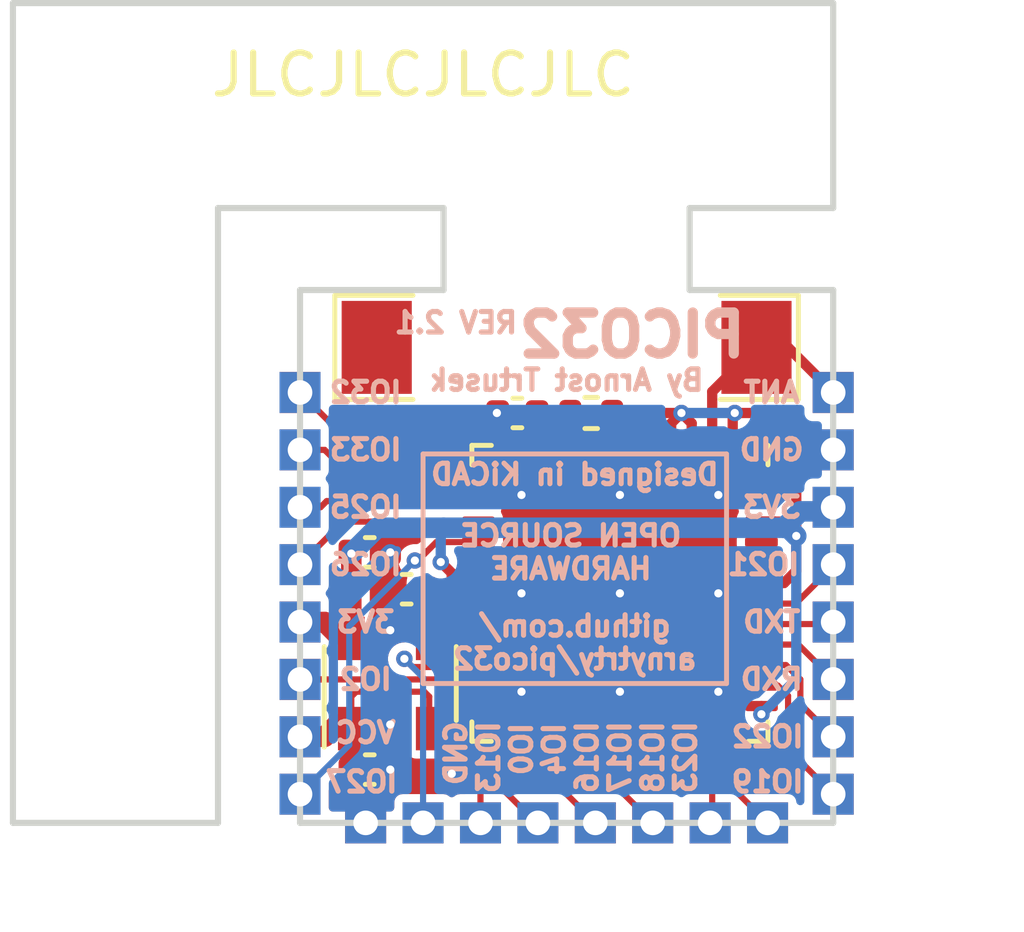
<source format=kicad_pcb>
(kicad_pcb (version 20171130) (host pcbnew "(5.1.9)-1")

  (general
    (thickness 0.8)
    (drawings 53)
    (tracks 148)
    (zones 0)
    (modules 42)
    (nets 46)
  )

  (page User 210.007 148.006)
  (title_block
    (title Pico32)
    (date 2021-05-23)
    (rev 2.2)
    (company "Arnošt Trtúšek")
  )

  (layers
    (0 F.Cu signal)
    (31 B.Cu signal)
    (32 B.Adhes user hide)
    (33 F.Adhes user hide)
    (34 B.Paste user hide)
    (35 F.Paste user hide)
    (36 B.SilkS user)
    (37 F.SilkS user)
    (38 B.Mask user)
    (39 F.Mask user)
    (40 Dwgs.User user)
    (41 Cmts.User user)
    (42 Eco1.User user hide)
    (43 Eco2.User user hide)
    (44 Edge.Cuts user)
    (45 Margin user hide)
    (46 B.CrtYd user hide)
    (47 F.CrtYd user hide)
    (48 B.Fab user hide)
    (49 F.Fab user hide)
  )

  (setup
    (last_trace_width 0.25)
    (user_trace_width 0.15)
    (user_trace_width 0.25)
    (user_trace_width 0.5)
    (trace_clearance 0.127)
    (zone_clearance 0.2)
    (zone_45_only no)
    (trace_min 0.127)
    (via_size 0.4)
    (via_drill 0.2)
    (via_min_size 0.4)
    (via_min_drill 0.2)
    (uvia_size 0.3)
    (uvia_drill 0.1)
    (uvias_allowed no)
    (uvia_min_size 0.2)
    (uvia_min_drill 0.1)
    (edge_width 0.05)
    (segment_width 0.2)
    (pcb_text_width 0.3)
    (pcb_text_size 1.5 1.5)
    (mod_edge_width 0.12)
    (mod_text_size 1 1)
    (mod_text_width 0.15)
    (pad_size 2.1 2.1)
    (pad_drill 1.152)
    (pad_to_mask_clearance 0)
    (aux_axis_origin 0 0)
    (visible_elements 7FFFFFFF)
    (pcbplotparams
      (layerselection 0x010fc_ffffffff)
      (usegerberextensions false)
      (usegerberattributes true)
      (usegerberadvancedattributes true)
      (creategerberjobfile true)
      (excludeedgelayer true)
      (linewidth 0.100000)
      (plotframeref false)
      (viasonmask false)
      (mode 1)
      (useauxorigin false)
      (hpglpennumber 1)
      (hpglpenspeed 20)
      (hpglpendiameter 15.000000)
      (psnegative false)
      (psa4output false)
      (plotreference true)
      (plotvalue true)
      (plotinvisibletext false)
      (padsonsilk false)
      (subtractmaskfromsilk false)
      (outputformat 1)
      (mirror false)
      (drillshape 0)
      (scaleselection 1)
      (outputdirectory ""))
  )

  (net 0 "")
  (net 1 "Net-(AE1-Pad1)")
  (net 2 GND)
  (net 3 VCC)
  (net 4 +3V3)
  (net 5 "Net-(C3-Pad1)")
  (net 6 "Net-(C4-Pad1)")
  (net 7 "Net-(U2-Pad48)")
  (net 8 "Net-(U2-Pad47)")
  (net 9 "Net-(U2-Pad45)")
  (net 10 "Net-(U2-Pad44)")
  (net 11 "Net-(U2-Pad34)")
  (net 12 "Net-(U2-Pad33)")
  (net 13 "Net-(U2-Pad32)")
  (net 14 "Net-(U2-Pad31)")
  (net 15 "Net-(U2-Pad30)")
  (net 16 "Net-(U2-Pad29)")
  (net 17 "Net-(U2-Pad28)")
  (net 18 "Net-(U2-Pad26)")
  (net 19 "Net-(U2-Pad21)")
  (net 20 "Net-(U2-Pad18)")
  (net 21 "Net-(U2-Pad17)")
  (net 22 "Net-(U2-Pad11)")
  (net 23 "Net-(U2-Pad10)")
  (net 24 "Net-(U2-Pad8)")
  (net 25 "Net-(U2-Pad7)")
  (net 26 "Net-(U2-Pad6)")
  (net 27 "Net-(U2-Pad5)")
  (net 28 TXD)
  (net 29 RXD)
  (net 30 IO0)
  (net 31 IO19)
  (net 32 IO21)
  (net 33 IO22)
  (net 34 IO23)
  (net 35 IO18)
  (net 36 IO17)
  (net 37 IO16)
  (net 38 IO4)
  (net 39 IO2)
  (net 40 IO13)
  (net 41 IO27)
  (net 42 IO26)
  (net 43 IO25)
  (net 44 IO33)
  (net 45 IO32)

  (net_class Default "This is the default net class."
    (clearance 0.127)
    (trace_width 0.25)
    (via_dia 0.4)
    (via_drill 0.2)
    (uvia_dia 0.3)
    (uvia_drill 0.1)
    (add_net +3V3)
    (add_net GND)
    (add_net IO0)
    (add_net IO13)
    (add_net IO16)
    (add_net IO17)
    (add_net IO18)
    (add_net IO19)
    (add_net IO2)
    (add_net IO21)
    (add_net IO22)
    (add_net IO23)
    (add_net IO25)
    (add_net IO26)
    (add_net IO27)
    (add_net IO32)
    (add_net IO33)
    (add_net IO4)
    (add_net "Net-(AE1-Pad1)")
    (add_net "Net-(C3-Pad1)")
    (add_net "Net-(C4-Pad1)")
    (add_net "Net-(U2-Pad10)")
    (add_net "Net-(U2-Pad11)")
    (add_net "Net-(U2-Pad17)")
    (add_net "Net-(U2-Pad18)")
    (add_net "Net-(U2-Pad21)")
    (add_net "Net-(U2-Pad26)")
    (add_net "Net-(U2-Pad28)")
    (add_net "Net-(U2-Pad29)")
    (add_net "Net-(U2-Pad30)")
    (add_net "Net-(U2-Pad31)")
    (add_net "Net-(U2-Pad32)")
    (add_net "Net-(U2-Pad33)")
    (add_net "Net-(U2-Pad34)")
    (add_net "Net-(U2-Pad44)")
    (add_net "Net-(U2-Pad45)")
    (add_net "Net-(U2-Pad47)")
    (add_net "Net-(U2-Pad48)")
    (add_net "Net-(U2-Pad5)")
    (add_net "Net-(U2-Pad6)")
    (add_net "Net-(U2-Pad7)")
    (add_net "Net-(U2-Pad8)")
    (add_net RXD)
    (add_net TXD)
    (add_net VCC)
  )

  (module Pico32:Hole_1.152mm (layer F.Cu) (tedit 60B3B2C5) (tstamp 60B41AFA)
    (at 108.5 56.5)
    (descr "Mounting Hole 2.1mm, no annular")
    (tags "mounting hole 2.1mm no annular")
    (attr virtual)
    (fp_text reference REF** (at 0 -3.2) (layer F.SilkS) hide
      (effects (font (size 1 1) (thickness 0.15)))
    )
    (fp_text value Hole_1.152mm (at 0 3.2) (layer F.Fab)
      (effects (font (size 1 1) (thickness 0.15)))
    )
    (pad "" np_thru_hole circle (at 0 0) (size 1.152 1.152) (drill 1.152) (layers *.Cu *.Mask))
  )

  (module Pico32:Hole_1.152mm (layer F.Cu) (tedit 60B3B2C5) (tstamp 60B41B1D)
    (at 91.5 73.5)
    (descr "Mounting Hole 2.1mm, no annular")
    (tags "mounting hole 2.1mm no annular")
    (attr virtual)
    (fp_text reference REF** (at 0 -3.2) (layer F.SilkS) hide
      (effects (font (size 1 1) (thickness 0.15)))
    )
    (fp_text value Hole_1.152mm (at 0 3.2) (layer F.Fab)
      (effects (font (size 1 1) (thickness 0.15)))
    )
    (pad "" np_thru_hole circle (at 0 0) (size 1.152 1.152) (drill 1.152) (layers *.Cu *.Mask))
  )

  (module Pico32:Hole_1.152mm (layer F.Cu) (tedit 60B3B2C5) (tstamp 60B41B1D)
    (at 91.5 56.5)
    (descr "Mounting Hole 2.1mm, no annular")
    (tags "mounting hole 2.1mm no annular")
    (attr virtual)
    (fp_text reference REF** (at 0 -3.2) (layer F.SilkS) hide
      (effects (font (size 1 1) (thickness 0.15)))
    )
    (fp_text value Hole_1.152mm (at 0 3.2) (layer F.Fab)
      (effects (font (size 1 1) (thickness 0.15)))
    )
    (pad "" np_thru_hole circle (at 0 0) (size 1.152 1.152) (drill 1.152) (layers *.Cu *.Mask))
  )

  (module Pico32:Hole_0.5mm (layer F.Cu) (tedit 60B3B2C9) (tstamp 60B41342)
    (at 105.75 62)
    (descr "Mounting Hole 2.1mm, no annular")
    (tags "mounting hole 2.1mm no annular")
    (attr virtual)
    (fp_text reference REF** (at 0 -3.2) (layer F.SilkS) hide
      (effects (font (size 1 1) (thickness 0.15)))
    )
    (fp_text value Hole_0.5mm (at 0 3.2) (layer F.Fab)
      (effects (font (size 1 1) (thickness 0.15)))
    )
    (pad "" np_thru_hole circle (at 0 0) (size 0.5 0.5) (drill 0.5) (layers *.Cu *.Mask))
  )

  (module Pico32:Hole_0.5mm (layer F.Cu) (tedit 60B3B2C9) (tstamp 60B41342)
    (at 105 62)
    (descr "Mounting Hole 2.1mm, no annular")
    (tags "mounting hole 2.1mm no annular")
    (attr virtual)
    (fp_text reference REF** (at 0 -3.2) (layer F.SilkS) hide
      (effects (font (size 1 1) (thickness 0.15)))
    )
    (fp_text value Hole_0.5mm (at 0 3.2) (layer F.Fab)
      (effects (font (size 1 1) (thickness 0.15)))
    )
    (pad "" np_thru_hole circle (at 0 0) (size 0.5 0.5) (drill 0.5) (layers *.Cu *.Mask))
  )

  (module Pico32:Hole_0.5mm (layer F.Cu) (tedit 60B3B2C9) (tstamp 60B41342)
    (at 101.25 62)
    (descr "Mounting Hole 2.1mm, no annular")
    (tags "mounting hole 2.1mm no annular")
    (attr virtual)
    (fp_text reference REF** (at 0 -3.2) (layer F.SilkS) hide
      (effects (font (size 1 1) (thickness 0.15)))
    )
    (fp_text value Hole_0.5mm (at 0 3.2) (layer F.Fab)
      (effects (font (size 1 1) (thickness 0.15)))
    )
    (pad "" np_thru_hole circle (at 0 0) (size 0.5 0.5) (drill 0.5) (layers *.Cu *.Mask))
  )

  (module Pico32:Hole_0.5mm (layer F.Cu) (tedit 60B3B2C9) (tstamp 60B41342)
    (at 102 62)
    (descr "Mounting Hole 2.1mm, no annular")
    (tags "mounting hole 2.1mm no annular")
    (attr virtual)
    (fp_text reference REF** (at 0 -3.2) (layer F.SilkS) hide
      (effects (font (size 1 1) (thickness 0.15)))
    )
    (fp_text value Hole_0.5mm (at 0 3.2) (layer F.Fab)
      (effects (font (size 1 1) (thickness 0.15)))
    )
    (pad "" np_thru_hole circle (at 0 0) (size 0.5 0.5) (drill 0.5) (layers *.Cu *.Mask))
  )

  (module Pico32:Hole_0.5mm (layer F.Cu) (tedit 60B3B2C9) (tstamp 60B41342)
    (at 102.75 62)
    (descr "Mounting Hole 2.1mm, no annular")
    (tags "mounting hole 2.1mm no annular")
    (attr virtual)
    (fp_text reference REF** (at 0 -3.2) (layer F.SilkS) hide
      (effects (font (size 1 1) (thickness 0.15)))
    )
    (fp_text value Hole_0.5mm (at 0 3.2) (layer F.Fab)
      (effects (font (size 1 1) (thickness 0.15)))
    )
    (pad "" np_thru_hole circle (at 0 0) (size 0.5 0.5) (drill 0.5) (layers *.Cu *.Mask))
  )

  (module Pico32:Hole_0.5mm (layer F.Cu) (tedit 60B3B2C9) (tstamp 60B41342)
    (at 103.5 62)
    (descr "Mounting Hole 2.1mm, no annular")
    (tags "mounting hole 2.1mm no annular")
    (attr virtual)
    (fp_text reference REF** (at 0 -3.2) (layer F.SilkS) hide
      (effects (font (size 1 1) (thickness 0.15)))
    )
    (fp_text value Hole_0.5mm (at 0 3.2) (layer F.Fab)
      (effects (font (size 1 1) (thickness 0.15)))
    )
    (pad "" np_thru_hole circle (at 0 0) (size 0.5 0.5) (drill 0.5) (layers *.Cu *.Mask))
  )

  (module Pico32:Hole_0.5mm (layer F.Cu) (tedit 60B3B2C9) (tstamp 60B4133C)
    (at 104.25 62)
    (descr "Mounting Hole 2.1mm, no annular")
    (tags "mounting hole 2.1mm no annular")
    (attr virtual)
    (fp_text reference REF** (at 0 -3.2) (layer F.SilkS) hide
      (effects (font (size 1 1) (thickness 0.15)))
    )
    (fp_text value Hole_0.5mm (at 0 3.2) (layer F.Fab)
      (effects (font (size 1 1) (thickness 0.15)))
    )
    (pad "" np_thru_hole circle (at 0 0) (size 0.5 0.5) (drill 0.5) (layers *.Cu *.Mask))
  )

  (module Package_TO_SOT_SMD:SOT-23-5 (layer F.Cu) (tedit 5A02FF57) (tstamp 60AB6CCB)
    (at 99.2 71.6 90)
    (descr "5-pin SOT23 package")
    (tags SOT-23-5)
    (path /60AB795B)
    (attr smd)
    (fp_text reference U1 (at 0 -2.9 90) (layer F.SilkS) hide
      (effects (font (size 1 1) (thickness 0.15)))
    )
    (fp_text value TPS79333-EP (at 0 2.9 90) (layer F.Fab)
      (effects (font (size 1 1) (thickness 0.15)))
    )
    (fp_line (start -0.9 1.61) (end 0.9 1.61) (layer F.SilkS) (width 0.12))
    (fp_line (start 0.9 -1.61) (end -1.55 -1.61) (layer F.SilkS) (width 0.12))
    (fp_line (start -1.9 -1.8) (end 1.9 -1.8) (layer F.CrtYd) (width 0.05))
    (fp_line (start 1.9 -1.8) (end 1.9 1.8) (layer F.CrtYd) (width 0.05))
    (fp_line (start 1.9 1.8) (end -1.9 1.8) (layer F.CrtYd) (width 0.05))
    (fp_line (start -1.9 1.8) (end -1.9 -1.8) (layer F.CrtYd) (width 0.05))
    (fp_line (start -0.9 -0.9) (end -0.25 -1.55) (layer F.Fab) (width 0.1))
    (fp_line (start 0.9 -1.55) (end -0.25 -1.55) (layer F.Fab) (width 0.1))
    (fp_line (start -0.9 -0.9) (end -0.9 1.55) (layer F.Fab) (width 0.1))
    (fp_line (start 0.9 1.55) (end -0.9 1.55) (layer F.Fab) (width 0.1))
    (fp_line (start 0.9 -1.55) (end 0.9 1.55) (layer F.Fab) (width 0.1))
    (fp_text user %R (at 0 0) (layer F.Fab)
      (effects (font (size 0.5 0.5) (thickness 0.075)))
    )
    (pad 5 smd rect (at 1.1 -0.95 90) (size 1.06 0.65) (layers F.Cu F.Paste F.Mask)
      (net 4 +3V3))
    (pad 4 smd rect (at 1.1 0.95 90) (size 1.06 0.65) (layers F.Cu F.Paste F.Mask)
      (net 5 "Net-(C3-Pad1)"))
    (pad 3 smd rect (at -1.1 0.95 90) (size 1.06 0.65) (layers F.Cu F.Paste F.Mask)
      (net 3 VCC))
    (pad 2 smd rect (at -1.1 0 90) (size 1.06 0.65) (layers F.Cu F.Paste F.Mask)
      (net 2 GND))
    (pad 1 smd rect (at -1.1 -0.95 90) (size 1.06 0.65) (layers F.Cu F.Paste F.Mask)
      (net 3 VCC))
    (model ${KISYS3DMOD}/Package_TO_SOT_SMD.3dshapes/SOT-23-5.wrl
      (at (xyz 0 0 0))
      (scale (xyz 1 1 1))
      (rotate (xyz 0 0 0))
    )
  )

  (module Pico32:THTPad_1.0x1.0mm_Drill0.5mm (layer F.Cu) (tedit 60AA940E) (tstamp 60AB26FC)
    (at 98.6 75)
    (descr "THT rectangular pad as test Point, square 1.0mm side length, hole diameter 0.5mm")
    (tags "test point THT pad rectangle square")
    (attr virtual)
    (fp_text reference REF** (at 0 -1.448) (layer F.SilkS) hide
      (effects (font (size 1 1) (thickness 0.15)))
    )
    (fp_text value THTPad_1.0x1.0mm_Drill0.5mm (at 0 1.55) (layer F.Fab)
      (effects (font (size 1 1) (thickness 0.15)))
    )
    (fp_line (start -1 -1) (end 1 -1) (layer F.CrtYd) (width 0.05))
    (fp_line (start -1 -1) (end -1 1) (layer F.CrtYd) (width 0.05))
    (fp_line (start 1 1) (end 1 -1) (layer F.CrtYd) (width 0.05))
    (fp_line (start 1 1) (end -1 1) (layer F.CrtYd) (width 0.05))
    (fp_text user %R (at 0 -1.45) (layer F.Fab)
      (effects (font (size 1 1) (thickness 0.15)))
    )
    (pad 1 thru_hole rect (at 0 0) (size 1 1) (drill 0.6) (layers *.Cu *.Mask)
      (net 2 GND))
  )

  (module Pico32:THTPad_1.0x1.0mm_Drill0.5mm (layer F.Cu) (tedit 60AA9407) (tstamp 60AB9CD3)
    (at 101.4 75)
    (descr "THT rectangular pad as test Point, square 1.0mm side length, hole diameter 0.5mm")
    (tags "test point THT pad rectangle square")
    (attr virtual)
    (fp_text reference REF** (at 0 -1.448) (layer F.SilkS) hide
      (effects (font (size 1 1) (thickness 0.15)))
    )
    (fp_text value THTPad_1.0x1.0mm_Drill0.5mm (at 0 1.55) (layer F.Fab)
      (effects (font (size 1 1) (thickness 0.15)))
    )
    (fp_line (start -1 -1) (end 1 -1) (layer F.CrtYd) (width 0.05))
    (fp_line (start -1 -1) (end -1 1) (layer F.CrtYd) (width 0.05))
    (fp_line (start 1 1) (end 1 -1) (layer F.CrtYd) (width 0.05))
    (fp_line (start 1 1) (end -1 1) (layer F.CrtYd) (width 0.05))
    (fp_text user %R (at 0 -1.45) (layer F.Fab)
      (effects (font (size 1 1) (thickness 0.15)))
    )
    (pad 1 thru_hole rect (at 0 0) (size 1 1) (drill 0.6) (layers *.Cu *.Mask)
      (net 30 IO0))
  )

  (module Pico32:THTPad_1.0x1.0mm_Drill0.5mm (layer F.Cu) (tedit 60AA93CD) (tstamp 60AB2352)
    (at 110 64.5)
    (descr "THT rectangular pad as test Point, square 1.0mm side length, hole diameter 0.5mm")
    (tags "test point THT pad rectangle square")
    (attr virtual)
    (fp_text reference REF** (at 0 -1.448) (layer F.SilkS) hide
      (effects (font (size 1 1) (thickness 0.15)))
    )
    (fp_text value THTPad_1.0x1.0mm_Drill0.5mm (at 0 1.55) (layer F.Fab)
      (effects (font (size 1 1) (thickness 0.15)))
    )
    (fp_line (start -1 -1) (end 1 -1) (layer F.CrtYd) (width 0.05))
    (fp_line (start -1 -1) (end -1 1) (layer F.CrtYd) (width 0.05))
    (fp_line (start 1 1) (end 1 -1) (layer F.CrtYd) (width 0.05))
    (fp_line (start 1 1) (end -1 1) (layer F.CrtYd) (width 0.05))
    (fp_text user %R (at 0 -1.45) (layer F.Fab)
      (effects (font (size 1 1) (thickness 0.15)))
    )
    (pad 1 thru_hole rect (at 0 0) (size 1 1) (drill 0.6) (layers *.Cu *.Mask)
      (net 1 "Net-(AE1-Pad1)"))
  )

  (module Pico32:THTPad_1.0x1.0mm_Drill0.5mm (layer F.Cu) (tedit 60AA940A) (tstamp 60AB9C67)
    (at 100 75)
    (descr "THT rectangular pad as test Point, square 1.0mm side length, hole diameter 0.5mm")
    (tags "test point THT pad rectangle square")
    (attr virtual)
    (fp_text reference REF** (at 0 -1.448) (layer F.SilkS) hide
      (effects (font (size 1 1) (thickness 0.15)))
    )
    (fp_text value THTPad_1.0x1.0mm_Drill0.5mm (at 0 1.55) (layer F.Fab)
      (effects (font (size 1 1) (thickness 0.15)))
    )
    (fp_line (start -1 -1) (end 1 -1) (layer F.CrtYd) (width 0.05))
    (fp_line (start -1 -1) (end -1 1) (layer F.CrtYd) (width 0.05))
    (fp_line (start 1 1) (end 1 -1) (layer F.CrtYd) (width 0.05))
    (fp_line (start 1 1) (end -1 1) (layer F.CrtYd) (width 0.05))
    (fp_text user %R (at 0 -1.45) (layer F.Fab)
      (effects (font (size 1 1) (thickness 0.15)))
    )
    (pad 1 thru_hole rect (at 0 0) (size 1 1) (drill 0.6) (layers *.Cu *.Mask)
      (net 40 IO13))
  )

  (module Pico32:THTPad_1.0x1.0mm_Drill0.5mm (layer F.Cu) (tedit 60AA9403) (tstamp 60AB9CB8)
    (at 102.8 75)
    (descr "THT rectangular pad as test Point, square 1.0mm side length, hole diameter 0.5mm")
    (tags "test point THT pad rectangle square")
    (attr virtual)
    (fp_text reference REF** (at 0 -1.448) (layer F.SilkS) hide
      (effects (font (size 1 1) (thickness 0.15)))
    )
    (fp_text value THTPad_1.0x1.0mm_Drill0.5mm (at 0 1.55) (layer F.Fab)
      (effects (font (size 1 1) (thickness 0.15)))
    )
    (fp_line (start -1 -1) (end 1 -1) (layer F.CrtYd) (width 0.05))
    (fp_line (start -1 -1) (end -1 1) (layer F.CrtYd) (width 0.05))
    (fp_line (start 1 1) (end 1 -1) (layer F.CrtYd) (width 0.05))
    (fp_line (start 1 1) (end -1 1) (layer F.CrtYd) (width 0.05))
    (fp_text user %R (at 0 -1.45) (layer F.Fab)
      (effects (font (size 1 1) (thickness 0.15)))
    )
    (pad 1 thru_hole rect (at 0 0) (size 1 1) (drill 0.6) (layers *.Cu *.Mask)
      (net 38 IO4))
  )

  (module Pico32:THTPad_1.0x1.0mm_Drill0.5mm (layer F.Cu) (tedit 60AA93FF) (tstamp 60AB9C82)
    (at 104.2 75)
    (descr "THT rectangular pad as test Point, square 1.0mm side length, hole diameter 0.5mm")
    (tags "test point THT pad rectangle square")
    (attr virtual)
    (fp_text reference REF** (at 0 -1.448) (layer F.SilkS) hide
      (effects (font (size 1 1) (thickness 0.15)))
    )
    (fp_text value THTPad_1.0x1.0mm_Drill0.5mm (at 0 1.55) (layer F.Fab)
      (effects (font (size 1 1) (thickness 0.15)))
    )
    (fp_line (start -1 -1) (end 1 -1) (layer F.CrtYd) (width 0.05))
    (fp_line (start -1 -1) (end -1 1) (layer F.CrtYd) (width 0.05))
    (fp_line (start 1 1) (end 1 -1) (layer F.CrtYd) (width 0.05))
    (fp_line (start 1 1) (end -1 1) (layer F.CrtYd) (width 0.05))
    (fp_text user %R (at 0 -1.45) (layer F.Fab)
      (effects (font (size 1 1) (thickness 0.15)))
    )
    (pad 1 thru_hole rect (at 0 0) (size 1 1) (drill 0.6) (layers *.Cu *.Mask)
      (net 37 IO16))
  )

  (module Pico32:THTPad_1.0x1.0mm_Drill0.5mm (layer F.Cu) (tedit 60AA93FA) (tstamp 60AB9C9D)
    (at 105.6 75)
    (descr "THT rectangular pad as test Point, square 1.0mm side length, hole diameter 0.5mm")
    (tags "test point THT pad rectangle square")
    (attr virtual)
    (fp_text reference REF** (at 0 -1.448) (layer F.SilkS) hide
      (effects (font (size 1 1) (thickness 0.15)))
    )
    (fp_text value THTPad_1.0x1.0mm_Drill0.5mm (at 0 1.55) (layer F.Fab)
      (effects (font (size 1 1) (thickness 0.15)))
    )
    (fp_line (start -1 -1) (end 1 -1) (layer F.CrtYd) (width 0.05))
    (fp_line (start -1 -1) (end -1 1) (layer F.CrtYd) (width 0.05))
    (fp_line (start 1 1) (end 1 -1) (layer F.CrtYd) (width 0.05))
    (fp_line (start 1 1) (end -1 1) (layer F.CrtYd) (width 0.05))
    (fp_text user %R (at 0 -1.45) (layer F.Fab)
      (effects (font (size 1 1) (thickness 0.15)))
    )
    (pad 1 thru_hole rect (at 0 0) (size 1 1) (drill 0.6) (layers *.Cu *.Mask)
      (net 36 IO17))
  )

  (module Pico32:THTPad_1.0x1.0mm_Drill0.5mm (layer F.Cu) (tedit 60AA93F6) (tstamp 60AB26FC)
    (at 107 75)
    (descr "THT rectangular pad as test Point, square 1.0mm side length, hole diameter 0.5mm")
    (tags "test point THT pad rectangle square")
    (attr virtual)
    (fp_text reference REF** (at 0 -1.448) (layer F.SilkS) hide
      (effects (font (size 1 1) (thickness 0.15)))
    )
    (fp_text value THTPad_1.0x1.0mm_Drill0.5mm (at 0 1.55) (layer F.Fab)
      (effects (font (size 1 1) (thickness 0.15)))
    )
    (fp_line (start -1 -1) (end 1 -1) (layer F.CrtYd) (width 0.05))
    (fp_line (start -1 -1) (end -1 1) (layer F.CrtYd) (width 0.05))
    (fp_line (start 1 1) (end 1 -1) (layer F.CrtYd) (width 0.05))
    (fp_line (start 1 1) (end -1 1) (layer F.CrtYd) (width 0.05))
    (fp_text user %R (at 0 -1.45) (layer F.Fab)
      (effects (font (size 1 1) (thickness 0.15)))
    )
    (pad 1 thru_hole rect (at 0 0) (size 1 1) (drill 0.6) (layers *.Cu *.Mask)
      (net 35 IO18))
  )

  (module Pico32:THTPad_1.0x1.0mm_Drill0.5mm (layer F.Cu) (tedit 60AA93F3) (tstamp 60AB26FC)
    (at 108.4 75)
    (descr "THT rectangular pad as test Point, square 1.0mm side length, hole diameter 0.5mm")
    (tags "test point THT pad rectangle square")
    (attr virtual)
    (fp_text reference REF** (at 0 -1.448) (layer F.SilkS) hide
      (effects (font (size 1 1) (thickness 0.15)))
    )
    (fp_text value THTPad_1.0x1.0mm_Drill0.5mm (at 0 1.55) (layer F.Fab)
      (effects (font (size 1 1) (thickness 0.15)))
    )
    (fp_line (start -1 -1) (end 1 -1) (layer F.CrtYd) (width 0.05))
    (fp_line (start -1 -1) (end -1 1) (layer F.CrtYd) (width 0.05))
    (fp_line (start 1 1) (end 1 -1) (layer F.CrtYd) (width 0.05))
    (fp_line (start 1 1) (end -1 1) (layer F.CrtYd) (width 0.05))
    (fp_text user %R (at 0 -1.45) (layer F.Fab)
      (effects (font (size 1 1) (thickness 0.15)))
    )
    (pad 1 thru_hole rect (at 0 0) (size 1 1) (drill 0.6) (layers *.Cu *.Mask)
      (net 34 IO23))
  )

  (module Pico32:THTPad_1.0x1.0mm_Drill0.5mm (layer F.Cu) (tedit 60AA9421) (tstamp 60AB26FC)
    (at 97 70.1)
    (descr "THT rectangular pad as test Point, square 1.0mm side length, hole diameter 0.5mm")
    (tags "test point THT pad rectangle square")
    (attr virtual)
    (fp_text reference REF** (at 0 -1.448) (layer F.SilkS) hide
      (effects (font (size 1 1) (thickness 0.15)))
    )
    (fp_text value THTPad_1.0x1.0mm_Drill0.5mm (at 0 1.55) (layer F.Fab)
      (effects (font (size 1 1) (thickness 0.15)))
    )
    (fp_line (start -1 -1) (end 1 -1) (layer F.CrtYd) (width 0.05))
    (fp_line (start -1 -1) (end -1 1) (layer F.CrtYd) (width 0.05))
    (fp_line (start 1 1) (end 1 -1) (layer F.CrtYd) (width 0.05))
    (fp_line (start 1 1) (end -1 1) (layer F.CrtYd) (width 0.05))
    (fp_text user %R (at 0 -1.45) (layer F.Fab)
      (effects (font (size 1 1) (thickness 0.15)))
    )
    (pad 1 thru_hole rect (at 0 0) (size 1 1) (drill 0.6) (layers *.Cu *.Mask)
      (net 4 +3V3))
  )

  (module Pico32:THTPad_1.0x1.0mm_Drill0.5mm (layer F.Cu) (tedit 60AA9434) (tstamp 60AB258A)
    (at 97 64.5)
    (descr "THT rectangular pad as test Point, square 1.0mm side length, hole diameter 0.5mm")
    (tags "test point THT pad rectangle square")
    (attr virtual)
    (fp_text reference REF** (at 0 -1.448) (layer F.SilkS) hide
      (effects (font (size 1 1) (thickness 0.15)))
    )
    (fp_text value THTPad_1.0x1.0mm_Drill0.5mm (at 0 1.55) (layer F.Fab)
      (effects (font (size 1 1) (thickness 0.15)))
    )
    (fp_line (start -1 -1) (end 1 -1) (layer F.CrtYd) (width 0.05))
    (fp_line (start -1 -1) (end -1 1) (layer F.CrtYd) (width 0.05))
    (fp_line (start 1 1) (end 1 -1) (layer F.CrtYd) (width 0.05))
    (fp_line (start 1 1) (end -1 1) (layer F.CrtYd) (width 0.05))
    (fp_text user %R (at 0 -1.45) (layer F.Fab)
      (effects (font (size 1 1) (thickness 0.15)))
    )
    (pad 1 thru_hole rect (at 0 0) (size 1 1) (drill 0.6) (layers *.Cu *.Mask)
      (net 45 IO32))
  )

  (module Pico32:THTPad_1.0x1.0mm_Drill0.5mm (layer F.Cu) (tedit 60AA942A) (tstamp 60AB257D)
    (at 97 67.3)
    (descr "THT rectangular pad as test Point, square 1.0mm side length, hole diameter 0.5mm")
    (tags "test point THT pad rectangle square")
    (attr virtual)
    (fp_text reference REF** (at 0 -1.448) (layer F.SilkS) hide
      (effects (font (size 1 1) (thickness 0.15)))
    )
    (fp_text value THTPad_1.0x1.0mm_Drill0.5mm (at 0 1.55) (layer F.Fab)
      (effects (font (size 1 1) (thickness 0.15)))
    )
    (fp_line (start -1 -1) (end 1 -1) (layer F.CrtYd) (width 0.05))
    (fp_line (start -1 -1) (end -1 1) (layer F.CrtYd) (width 0.05))
    (fp_line (start 1 1) (end 1 -1) (layer F.CrtYd) (width 0.05))
    (fp_line (start 1 1) (end -1 1) (layer F.CrtYd) (width 0.05))
    (fp_text user %R (at 0 -1.45) (layer F.Fab)
      (effects (font (size 1 1) (thickness 0.15)))
    )
    (pad 1 thru_hole rect (at 0 0) (size 1 1) (drill 0.6) (layers *.Cu *.Mask)
      (net 43 IO25))
  )

  (module Pico32:THTPad_1.0x1.0mm_Drill0.5mm (layer F.Cu) (tedit 60AA941D) (tstamp 60AB2570)
    (at 97 71.5)
    (descr "THT rectangular pad as test Point, square 1.0mm side length, hole diameter 0.5mm")
    (tags "test point THT pad rectangle square")
    (attr virtual)
    (fp_text reference REF** (at 0 -1.448) (layer F.SilkS) hide
      (effects (font (size 1 1) (thickness 0.15)))
    )
    (fp_text value THTPad_1.0x1.0mm_Drill0.5mm (at 0 1.55) (layer F.Fab)
      (effects (font (size 1 1) (thickness 0.15)))
    )
    (fp_line (start -1 -1) (end 1 -1) (layer F.CrtYd) (width 0.05))
    (fp_line (start -1 -1) (end -1 1) (layer F.CrtYd) (width 0.05))
    (fp_line (start 1 1) (end 1 -1) (layer F.CrtYd) (width 0.05))
    (fp_line (start 1 1) (end -1 1) (layer F.CrtYd) (width 0.05))
    (fp_text user %R (at 0 -1.45) (layer F.Fab)
      (effects (font (size 1 1) (thickness 0.15)))
    )
    (pad 1 thru_hole rect (at 0 0) (size 1 1) (drill 0.6) (layers *.Cu *.Mask)
      (net 39 IO2))
  )

  (module Pico32:THTPad_1.0x1.0mm_Drill0.5mm (layer F.Cu) (tedit 60AA9418) (tstamp 60AB2563)
    (at 97 72.9)
    (descr "THT rectangular pad as test Point, square 1.0mm side length, hole diameter 0.5mm")
    (tags "test point THT pad rectangle square")
    (attr virtual)
    (fp_text reference REF** (at 0 -1.448) (layer F.SilkS) hide
      (effects (font (size 1 1) (thickness 0.15)))
    )
    (fp_text value THTPad_1.0x1.0mm_Drill0.5mm (at 0 1.55) (layer F.Fab)
      (effects (font (size 1 1) (thickness 0.15)))
    )
    (fp_line (start -1 -1) (end 1 -1) (layer F.CrtYd) (width 0.05))
    (fp_line (start -1 -1) (end -1 1) (layer F.CrtYd) (width 0.05))
    (fp_line (start 1 1) (end 1 -1) (layer F.CrtYd) (width 0.05))
    (fp_line (start 1 1) (end -1 1) (layer F.CrtYd) (width 0.05))
    (fp_text user %R (at 0 -1.45) (layer F.Fab)
      (effects (font (size 1 1) (thickness 0.15)))
    )
    (pad 1 thru_hole rect (at 0 0) (size 1 1) (drill 0.6) (layers *.Cu *.Mask)
      (net 3 VCC))
  )

  (module Pico32:THTPad_1.0x1.0mm_Drill0.5mm (layer F.Cu) (tedit 60AA9425) (tstamp 60AB2556)
    (at 97 68.7)
    (descr "THT rectangular pad as test Point, square 1.0mm side length, hole diameter 0.5mm")
    (tags "test point THT pad rectangle square")
    (attr virtual)
    (fp_text reference REF** (at 0 -1.448) (layer F.SilkS) hide
      (effects (font (size 1 1) (thickness 0.15)))
    )
    (fp_text value THTPad_1.0x1.0mm_Drill0.5mm (at 0 1.55) (layer F.Fab)
      (effects (font (size 1 1) (thickness 0.15)))
    )
    (fp_line (start -1 -1) (end 1 -1) (layer F.CrtYd) (width 0.05))
    (fp_line (start -1 -1) (end -1 1) (layer F.CrtYd) (width 0.05))
    (fp_line (start 1 1) (end 1 -1) (layer F.CrtYd) (width 0.05))
    (fp_line (start 1 1) (end -1 1) (layer F.CrtYd) (width 0.05))
    (fp_text user %R (at 0 -1.45) (layer F.Fab)
      (effects (font (size 1 1) (thickness 0.15)))
    )
    (pad 1 thru_hole rect (at 0 0) (size 1 1) (drill 0.6) (layers *.Cu *.Mask)
      (net 42 IO26))
  )

  (module Pico32:THTPad_1.0x1.0mm_Drill0.5mm (layer F.Cu) (tedit 60AA9413) (tstamp 60AB2549)
    (at 97 74.3)
    (descr "THT rectangular pad as test Point, square 1.0mm side length, hole diameter 0.5mm")
    (tags "test point THT pad rectangle square")
    (attr virtual)
    (fp_text reference REF** (at 0 -1.448) (layer F.SilkS) hide
      (effects (font (size 1 1) (thickness 0.15)))
    )
    (fp_text value THTPad_1.0x1.0mm_Drill0.5mm (at 0 1.55) (layer F.Fab)
      (effects (font (size 1 1) (thickness 0.15)))
    )
    (fp_line (start -1 -1) (end 1 -1) (layer F.CrtYd) (width 0.05))
    (fp_line (start -1 -1) (end -1 1) (layer F.CrtYd) (width 0.05))
    (fp_line (start 1 1) (end 1 -1) (layer F.CrtYd) (width 0.05))
    (fp_line (start 1 1) (end -1 1) (layer F.CrtYd) (width 0.05))
    (fp_text user %R (at 0 -1.45) (layer F.Fab)
      (effects (font (size 1 1) (thickness 0.15)))
    )
    (pad 1 thru_hole rect (at 0 0) (size 1 1) (drill 0.6) (layers *.Cu *.Mask)
      (net 41 IO27))
  )

  (module Pico32:THTPad_1.0x1.0mm_Drill0.5mm (layer F.Cu) (tedit 60AA942F) (tstamp 60AB253C)
    (at 97 65.9)
    (descr "THT rectangular pad as test Point, square 1.0mm side length, hole diameter 0.5mm")
    (tags "test point THT pad rectangle square")
    (attr virtual)
    (fp_text reference REF** (at 0 -1.448) (layer F.SilkS) hide
      (effects (font (size 1 1) (thickness 0.15)))
    )
    (fp_text value THTPad_1.0x1.0mm_Drill0.5mm (at 0 1.55) (layer F.Fab)
      (effects (font (size 1 1) (thickness 0.15)))
    )
    (fp_line (start -1 -1) (end 1 -1) (layer F.CrtYd) (width 0.05))
    (fp_line (start -1 -1) (end -1 1) (layer F.CrtYd) (width 0.05))
    (fp_line (start 1 1) (end 1 -1) (layer F.CrtYd) (width 0.05))
    (fp_line (start 1 1) (end -1 1) (layer F.CrtYd) (width 0.05))
    (fp_text user %R (at 0 -1.45) (layer F.Fab)
      (effects (font (size 1 1) (thickness 0.15)))
    )
    (pad 1 thru_hole rect (at 0 0) (size 1 1) (drill 0.6) (layers *.Cu *.Mask)
      (net 44 IO33))
  )

  (module Pico32:THTPad_1.0x1.0mm_Drill0.5mm (layer F.Cu) (tedit 60AA93D1) (tstamp 60AB2352)
    (at 110 65.9)
    (descr "THT rectangular pad as test Point, square 1.0mm side length, hole diameter 0.5mm")
    (tags "test point THT pad rectangle square")
    (attr virtual)
    (fp_text reference REF** (at 0 -1.448) (layer F.SilkS) hide
      (effects (font (size 1 1) (thickness 0.15)))
    )
    (fp_text value THTPad_1.0x1.0mm_Drill0.5mm (at 0 1.55) (layer F.Fab)
      (effects (font (size 1 1) (thickness 0.15)))
    )
    (fp_line (start -1 -1) (end 1 -1) (layer F.CrtYd) (width 0.05))
    (fp_line (start -1 -1) (end -1 1) (layer F.CrtYd) (width 0.05))
    (fp_line (start 1 1) (end 1 -1) (layer F.CrtYd) (width 0.05))
    (fp_line (start 1 1) (end -1 1) (layer F.CrtYd) (width 0.05))
    (fp_text user %R (at 0 -1.45) (layer F.Fab)
      (effects (font (size 1 1) (thickness 0.15)))
    )
    (pad 1 thru_hole rect (at 0 0) (size 1 1) (drill 0.6) (layers *.Cu *.Mask)
      (net 2 GND))
  )

  (module Pico32:THTPad_1.0x1.0mm_Drill0.5mm (layer F.Cu) (tedit 60AA93D5) (tstamp 60AB2352)
    (at 110 67.3)
    (descr "THT rectangular pad as test Point, square 1.0mm side length, hole diameter 0.5mm")
    (tags "test point THT pad rectangle square")
    (attr virtual)
    (fp_text reference REF** (at 0 -1.448) (layer F.SilkS) hide
      (effects (font (size 1 1) (thickness 0.15)))
    )
    (fp_text value THTPad_1.0x1.0mm_Drill0.5mm (at 0 1.55) (layer F.Fab)
      (effects (font (size 1 1) (thickness 0.15)))
    )
    (fp_line (start -1 -1) (end 1 -1) (layer F.CrtYd) (width 0.05))
    (fp_line (start -1 -1) (end -1 1) (layer F.CrtYd) (width 0.05))
    (fp_line (start 1 1) (end 1 -1) (layer F.CrtYd) (width 0.05))
    (fp_line (start 1 1) (end -1 1) (layer F.CrtYd) (width 0.05))
    (fp_text user %R (at 0 -1.45) (layer F.Fab)
      (effects (font (size 1 1) (thickness 0.15)))
    )
    (pad 1 thru_hole rect (at 0 0) (size 1 1) (drill 0.6) (layers *.Cu *.Mask)
      (net 4 +3V3))
  )

  (module Pico32:THTPad_1.0x1.0mm_Drill0.5mm (layer F.Cu) (tedit 60AA93D9) (tstamp 60AB2352)
    (at 110 68.7)
    (descr "THT rectangular pad as test Point, square 1.0mm side length, hole diameter 0.5mm")
    (tags "test point THT pad rectangle square")
    (attr virtual)
    (fp_text reference REF** (at 0 -1.448) (layer F.SilkS) hide
      (effects (font (size 1 1) (thickness 0.15)))
    )
    (fp_text value THTPad_1.0x1.0mm_Drill0.5mm (at 0 1.55) (layer F.Fab)
      (effects (font (size 1 1) (thickness 0.15)))
    )
    (fp_line (start -1 -1) (end 1 -1) (layer F.CrtYd) (width 0.05))
    (fp_line (start -1 -1) (end -1 1) (layer F.CrtYd) (width 0.05))
    (fp_line (start 1 1) (end 1 -1) (layer F.CrtYd) (width 0.05))
    (fp_line (start 1 1) (end -1 1) (layer F.CrtYd) (width 0.05))
    (fp_text user %R (at 0 -1.45) (layer F.Fab)
      (effects (font (size 1 1) (thickness 0.15)))
    )
    (pad 1 thru_hole rect (at 0 0) (size 1 1) (drill 0.6) (layers *.Cu *.Mask)
      (net 32 IO21))
  )

  (module Pico32:THTPad_1.0x1.0mm_Drill0.5mm (layer F.Cu) (tedit 60AA93E0) (tstamp 60AB2352)
    (at 110 70.1)
    (descr "THT rectangular pad as test Point, square 1.0mm side length, hole diameter 0.5mm")
    (tags "test point THT pad rectangle square")
    (attr virtual)
    (fp_text reference REF** (at 0 -1.448) (layer F.SilkS) hide
      (effects (font (size 1 1) (thickness 0.15)))
    )
    (fp_text value THTPad_1.0x1.0mm_Drill0.5mm (at 0 1.55) (layer F.Fab)
      (effects (font (size 1 1) (thickness 0.15)))
    )
    (fp_line (start -1 -1) (end 1 -1) (layer F.CrtYd) (width 0.05))
    (fp_line (start -1 -1) (end -1 1) (layer F.CrtYd) (width 0.05))
    (fp_line (start 1 1) (end 1 -1) (layer F.CrtYd) (width 0.05))
    (fp_line (start 1 1) (end -1 1) (layer F.CrtYd) (width 0.05))
    (fp_text user %R (at 0 -1.45) (layer F.Fab)
      (effects (font (size 1 1) (thickness 0.15)))
    )
    (pad 1 thru_hole rect (at 0 0) (size 1 1) (drill 0.6) (layers *.Cu *.Mask)
      (net 28 TXD))
  )

  (module Pico32:THTPad_1.0x1.0mm_Drill0.5mm (layer F.Cu) (tedit 60AA93E6) (tstamp 60AB2352)
    (at 110 71.5)
    (descr "THT rectangular pad as test Point, square 1.0mm side length, hole diameter 0.5mm")
    (tags "test point THT pad rectangle square")
    (attr virtual)
    (fp_text reference REF** (at 0 -1.448) (layer F.SilkS) hide
      (effects (font (size 1 1) (thickness 0.15)))
    )
    (fp_text value THTPad_1.0x1.0mm_Drill0.5mm (at 0 1.55) (layer F.Fab)
      (effects (font (size 1 1) (thickness 0.15)))
    )
    (fp_line (start -1 -1) (end 1 -1) (layer F.CrtYd) (width 0.05))
    (fp_line (start -1 -1) (end -1 1) (layer F.CrtYd) (width 0.05))
    (fp_line (start 1 1) (end 1 -1) (layer F.CrtYd) (width 0.05))
    (fp_line (start 1 1) (end -1 1) (layer F.CrtYd) (width 0.05))
    (fp_text user %R (at 0 -1.45) (layer F.Fab)
      (effects (font (size 1 1) (thickness 0.15)))
    )
    (pad 1 thru_hole rect (at 0 0) (size 1 1) (drill 0.6) (layers *.Cu *.Mask)
      (net 29 RXD))
  )

  (module Pico32:THTPad_1.0x1.0mm_Drill0.5mm (layer F.Cu) (tedit 60AA93EA) (tstamp 60AB2352)
    (at 110 72.9)
    (descr "THT rectangular pad as test Point, square 1.0mm side length, hole diameter 0.5mm")
    (tags "test point THT pad rectangle square")
    (attr virtual)
    (fp_text reference REF** (at 0 -1.448) (layer F.SilkS) hide
      (effects (font (size 1 1) (thickness 0.15)))
    )
    (fp_text value THTPad_1.0x1.0mm_Drill0.5mm (at 0 1.55) (layer F.Fab)
      (effects (font (size 1 1) (thickness 0.15)))
    )
    (fp_line (start -1 -1) (end 1 -1) (layer F.CrtYd) (width 0.05))
    (fp_line (start -1 -1) (end -1 1) (layer F.CrtYd) (width 0.05))
    (fp_line (start 1 1) (end 1 -1) (layer F.CrtYd) (width 0.05))
    (fp_line (start 1 1) (end -1 1) (layer F.CrtYd) (width 0.05))
    (fp_text user %R (at 0 -1.45) (layer F.Fab)
      (effects (font (size 1 1) (thickness 0.15)))
    )
    (pad 1 thru_hole rect (at 0 0) (size 1 1) (drill 0.6) (layers *.Cu *.Mask)
      (net 33 IO22))
  )

  (module Pico32:THTPad_1.0x1.0mm_Drill0.5mm (layer F.Cu) (tedit 60AA93EE) (tstamp 60AB230C)
    (at 110 74.3)
    (descr "THT rectangular pad as test Point, square 1.0mm side length, hole diameter 0.5mm")
    (tags "test point THT pad rectangle square")
    (attr virtual)
    (fp_text reference REF** (at 0 -1.448) (layer F.SilkS) hide
      (effects (font (size 1 1) (thickness 0.15)))
    )
    (fp_text value THTPad_1.0x1.0mm_Drill0.5mm (at 0 1.55) (layer F.Fab)
      (effects (font (size 1 1) (thickness 0.15)))
    )
    (fp_line (start -1 -1) (end 1 -1) (layer F.CrtYd) (width 0.05))
    (fp_line (start -1 -1) (end -1 1) (layer F.CrtYd) (width 0.05))
    (fp_line (start 1 1) (end 1 -1) (layer F.CrtYd) (width 0.05))
    (fp_line (start 1 1) (end -1 1) (layer F.CrtYd) (width 0.05))
    (fp_text user %R (at 0 -1.45) (layer F.Fab)
      (effects (font (size 1 1) (thickness 0.15)))
    )
    (pad 1 thru_hole rect (at 0 0) (size 1 1) (drill 0.6) (layers *.Cu *.Mask)
      (net 31 IO19))
  )

  (module Pico32:AN9520-245 (layer F.Cu) (tedit 60AA72FD) (tstamp 60AB14A4)
    (at 103.5 63.4 180)
    (path /60AB3408)
    (fp_text reference AE1 (at 0 2.0955) (layer F.SilkS) hide
      (effects (font (size 1 1) (thickness 0.15)))
    )
    (fp_text value Antenna (at 0 -1.9685) (layer F.Fab)
      (effects (font (size 1 1) (thickness 0.15)))
    )
    (fp_line (start -3.7465 -1.27) (end -5.6515 -1.27) (layer F.SilkS) (width 0.12))
    (fp_line (start -5.6515 -1.27) (end -5.6515 1.27) (layer F.SilkS) (width 0.12))
    (fp_line (start -5.6515 1.27) (end -3.7465 1.27) (layer F.SilkS) (width 0.12))
    (fp_line (start 3.7465 -1.27) (end 5.6515 -1.27) (layer F.SilkS) (width 0.12))
    (fp_line (start 5.6515 -1.27) (end 5.6515 1.27) (layer F.SilkS) (width 0.12))
    (fp_line (start 5.6515 1.27) (end 3.7465 1.27) (layer F.SilkS) (width 0.12))
    (fp_line (start -5.7912 -1.4224) (end 5.7912 -1.4224) (layer F.CrtYd) (width 0.05))
    (fp_line (start 5.7912 -1.4224) (end 5.7912 1.4224) (layer F.CrtYd) (width 0.05))
    (fp_line (start 5.7912 1.4224) (end -5.7912 1.4224) (layer F.CrtYd) (width 0.05))
    (fp_line (start -5.7912 1.4224) (end -5.7912 -1.4224) (layer F.CrtYd) (width 0.05))
    (pad 1 smd rect (at -4.63 0 180) (size 1.71 2.268) (layers F.Cu F.Paste F.Mask)
      (net 1 "Net-(AE1-Pad1)"))
    (pad 2 smd rect (at 4.63 0 180) (size 1.71 2.268) (layers F.Cu F.Paste F.Mask))
    (model ${KIPRJMOD}/Pico32.pretty/AN9520.STEP
      (at (xyz 0 0 0))
      (scale (xyz 1 1 1))
      (rotate (xyz -90 0 0))
    )
  )

  (module Package_DFN_QFN:QFN-48-1EP_7x7mm_P0.5mm_EP5.3x5.3mm (layer F.Cu) (tedit 5DC5F6A5) (tstamp 60AB17A3)
    (at 104.8 69.4 270)
    (descr "QFN, 48 Pin (https://www.trinamic.com/fileadmin/assets/Products/ICs_Documents/TMC2041_datasheet.pdf#page=62), generated with kicad-footprint-generator ipc_noLead_generator.py")
    (tags "QFN NoLead")
    (path /60AA679C)
    (attr smd)
    (fp_text reference U2 (at 0 -4.8 90) (layer F.SilkS) hide
      (effects (font (size 1 1) (thickness 0.15)))
    )
    (fp_text value ESP32-PICO-D4 (at 0 4.8 90) (layer F.Fab)
      (effects (font (size 1 1) (thickness 0.15)))
    )
    (fp_line (start 3.135 -3.61) (end 3.61 -3.61) (layer F.SilkS) (width 0.12))
    (fp_line (start 3.61 -3.61) (end 3.61 -3.135) (layer F.SilkS) (width 0.12))
    (fp_line (start -3.135 3.61) (end -3.61 3.61) (layer F.SilkS) (width 0.12))
    (fp_line (start -3.61 3.61) (end -3.61 3.135) (layer F.SilkS) (width 0.12))
    (fp_line (start 3.135 3.61) (end 3.61 3.61) (layer F.SilkS) (width 0.12))
    (fp_line (start 3.61 3.61) (end 3.61 3.135) (layer F.SilkS) (width 0.12))
    (fp_line (start -3.135 -3.61) (end -3.61 -3.61) (layer F.SilkS) (width 0.12))
    (fp_line (start -2.5 -3.5) (end 3.5 -3.5) (layer F.Fab) (width 0.1))
    (fp_line (start 3.5 -3.5) (end 3.5 3.5) (layer F.Fab) (width 0.1))
    (fp_line (start 3.5 3.5) (end -3.5 3.5) (layer F.Fab) (width 0.1))
    (fp_line (start -3.5 3.5) (end -3.5 -2.5) (layer F.Fab) (width 0.1))
    (fp_line (start -3.5 -2.5) (end -2.5 -3.5) (layer F.Fab) (width 0.1))
    (fp_line (start -4.1 -4.1) (end -4.1 4.1) (layer F.CrtYd) (width 0.05))
    (fp_line (start -4.1 4.1) (end 4.1 4.1) (layer F.CrtYd) (width 0.05))
    (fp_line (start 4.1 4.1) (end 4.1 -4.1) (layer F.CrtYd) (width 0.05))
    (fp_line (start 4.1 -4.1) (end -4.1 -4.1) (layer F.CrtYd) (width 0.05))
    (fp_text user %R (at 0 0 90) (layer F.Fab)
      (effects (font (size 1 1) (thickness 0.15)))
    )
    (pad "" smd roundrect (at 1.98 1.98 270) (size 1.07 1.07) (layers F.Paste) (roundrect_rratio 0.2336448598130841))
    (pad "" smd roundrect (at 1.98 0.66 270) (size 1.07 1.07) (layers F.Paste) (roundrect_rratio 0.2336448598130841))
    (pad "" smd roundrect (at 1.98 -0.66 270) (size 1.07 1.07) (layers F.Paste) (roundrect_rratio 0.2336448598130841))
    (pad "" smd roundrect (at 1.98 -1.98 270) (size 1.07 1.07) (layers F.Paste) (roundrect_rratio 0.2336448598130841))
    (pad "" smd roundrect (at 0.66 1.98 270) (size 1.07 1.07) (layers F.Paste) (roundrect_rratio 0.2336448598130841))
    (pad "" smd roundrect (at 0.66 0.66 270) (size 1.07 1.07) (layers F.Paste) (roundrect_rratio 0.2336448598130841))
    (pad "" smd roundrect (at 0.66 -0.66 270) (size 1.07 1.07) (layers F.Paste) (roundrect_rratio 0.2336448598130841))
    (pad "" smd roundrect (at 0.66 -1.98 270) (size 1.07 1.07) (layers F.Paste) (roundrect_rratio 0.2336448598130841))
    (pad "" smd roundrect (at -0.66 1.98 270) (size 1.07 1.07) (layers F.Paste) (roundrect_rratio 0.2336448598130841))
    (pad "" smd roundrect (at -0.66 0.66 270) (size 1.07 1.07) (layers F.Paste) (roundrect_rratio 0.2336448598130841))
    (pad "" smd roundrect (at -0.66 -0.66 270) (size 1.07 1.07) (layers F.Paste) (roundrect_rratio 0.2336448598130841))
    (pad "" smd roundrect (at -0.66 -1.98 270) (size 1.07 1.07) (layers F.Paste) (roundrect_rratio 0.2336448598130841))
    (pad "" smd roundrect (at -1.98 1.98 270) (size 1.07 1.07) (layers F.Paste) (roundrect_rratio 0.2336448598130841))
    (pad "" smd roundrect (at -1.98 0.66 270) (size 1.07 1.07) (layers F.Paste) (roundrect_rratio 0.2336448598130841))
    (pad "" smd roundrect (at -1.98 -0.66 270) (size 1.07 1.07) (layers F.Paste) (roundrect_rratio 0.2336448598130841))
    (pad "" smd roundrect (at -1.98 -1.98 270) (size 1.07 1.07) (layers F.Paste) (roundrect_rratio 0.2336448598130841))
    (pad 49 smd rect (at 0 0 270) (size 5.3 5.3) (layers F.Cu F.Mask)
      (net 2 GND))
    (pad 48 smd roundrect (at -2.75 -3.45 270) (size 0.25 0.8) (layers F.Cu F.Paste F.Mask) (roundrect_rratio 0.25)
      (net 7 "Net-(U2-Pad48)"))
    (pad 47 smd roundrect (at -2.25 -3.45 270) (size 0.25 0.8) (layers F.Cu F.Paste F.Mask) (roundrect_rratio 0.25)
      (net 8 "Net-(U2-Pad47)"))
    (pad 46 smd roundrect (at -1.75 -3.45 270) (size 0.25 0.8) (layers F.Cu F.Paste F.Mask) (roundrect_rratio 0.25)
      (net 4 +3V3))
    (pad 45 smd roundrect (at -1.25 -3.45 270) (size 0.25 0.8) (layers F.Cu F.Paste F.Mask) (roundrect_rratio 0.25)
      (net 9 "Net-(U2-Pad45)"))
    (pad 44 smd roundrect (at -0.75 -3.45 270) (size 0.25 0.8) (layers F.Cu F.Paste F.Mask) (roundrect_rratio 0.25)
      (net 10 "Net-(U2-Pad44)"))
    (pad 43 smd roundrect (at -0.25 -3.45 270) (size 0.25 0.8) (layers F.Cu F.Paste F.Mask) (roundrect_rratio 0.25)
      (net 4 +3V3))
    (pad 42 smd roundrect (at 0.25 -3.45 270) (size 0.25 0.8) (layers F.Cu F.Paste F.Mask) (roundrect_rratio 0.25)
      (net 32 IO21))
    (pad 41 smd roundrect (at 0.75 -3.45 270) (size 0.25 0.8) (layers F.Cu F.Paste F.Mask) (roundrect_rratio 0.25)
      (net 28 TXD))
    (pad 40 smd roundrect (at 1.25 -3.45 270) (size 0.25 0.8) (layers F.Cu F.Paste F.Mask) (roundrect_rratio 0.25)
      (net 29 RXD))
    (pad 39 smd roundrect (at 1.75 -3.45 270) (size 0.25 0.8) (layers F.Cu F.Paste F.Mask) (roundrect_rratio 0.25)
      (net 33 IO22))
    (pad 38 smd roundrect (at 2.25 -3.45 270) (size 0.25 0.8) (layers F.Cu F.Paste F.Mask) (roundrect_rratio 0.25)
      (net 31 IO19))
    (pad 37 smd roundrect (at 2.75 -3.45 270) (size 0.25 0.8) (layers F.Cu F.Paste F.Mask) (roundrect_rratio 0.25)
      (net 4 +3V3))
    (pad 36 smd roundrect (at 3.45 -2.75 270) (size 0.8 0.25) (layers F.Cu F.Paste F.Mask) (roundrect_rratio 0.25)
      (net 34 IO23))
    (pad 35 smd roundrect (at 3.45 -2.25 270) (size 0.8 0.25) (layers F.Cu F.Paste F.Mask) (roundrect_rratio 0.25)
      (net 35 IO18))
    (pad 34 smd roundrect (at 3.45 -1.75 270) (size 0.8 0.25) (layers F.Cu F.Paste F.Mask) (roundrect_rratio 0.25)
      (net 11 "Net-(U2-Pad34)"))
    (pad 33 smd roundrect (at 3.45 -1.25 270) (size 0.8 0.25) (layers F.Cu F.Paste F.Mask) (roundrect_rratio 0.25)
      (net 12 "Net-(U2-Pad33)"))
    (pad 32 smd roundrect (at 3.45 -0.75 270) (size 0.8 0.25) (layers F.Cu F.Paste F.Mask) (roundrect_rratio 0.25)
      (net 13 "Net-(U2-Pad32)"))
    (pad 31 smd roundrect (at 3.45 -0.25 270) (size 0.8 0.25) (layers F.Cu F.Paste F.Mask) (roundrect_rratio 0.25)
      (net 14 "Net-(U2-Pad31)"))
    (pad 30 smd roundrect (at 3.45 0.25 270) (size 0.8 0.25) (layers F.Cu F.Paste F.Mask) (roundrect_rratio 0.25)
      (net 15 "Net-(U2-Pad30)"))
    (pad 29 smd roundrect (at 3.45 0.75 270) (size 0.8 0.25) (layers F.Cu F.Paste F.Mask) (roundrect_rratio 0.25)
      (net 16 "Net-(U2-Pad29)"))
    (pad 28 smd roundrect (at 3.45 1.25 270) (size 0.8 0.25) (layers F.Cu F.Paste F.Mask) (roundrect_rratio 0.25)
      (net 17 "Net-(U2-Pad28)"))
    (pad 27 smd roundrect (at 3.45 1.75 270) (size 0.8 0.25) (layers F.Cu F.Paste F.Mask) (roundrect_rratio 0.25)
      (net 36 IO17))
    (pad 26 smd roundrect (at 3.45 2.25 270) (size 0.8 0.25) (layers F.Cu F.Paste F.Mask) (roundrect_rratio 0.25)
      (net 18 "Net-(U2-Pad26)"))
    (pad 25 smd roundrect (at 3.45 2.75 270) (size 0.8 0.25) (layers F.Cu F.Paste F.Mask) (roundrect_rratio 0.25)
      (net 37 IO16))
    (pad 24 smd roundrect (at 2.75 3.45 270) (size 0.25 0.8) (layers F.Cu F.Paste F.Mask) (roundrect_rratio 0.25)
      (net 38 IO4))
    (pad 23 smd roundrect (at 2.25 3.45 270) (size 0.25 0.8) (layers F.Cu F.Paste F.Mask) (roundrect_rratio 0.25)
      (net 30 IO0))
    (pad 22 smd roundrect (at 1.75 3.45 270) (size 0.25 0.8) (layers F.Cu F.Paste F.Mask) (roundrect_rratio 0.25)
      (net 39 IO2))
    (pad 21 smd roundrect (at 1.25 3.45 270) (size 0.25 0.8) (layers F.Cu F.Paste F.Mask) (roundrect_rratio 0.25)
      (net 19 "Net-(U2-Pad21)"))
    (pad 20 smd roundrect (at 0.75 3.45 270) (size 0.25 0.8) (layers F.Cu F.Paste F.Mask) (roundrect_rratio 0.25)
      (net 40 IO13))
    (pad 19 smd roundrect (at 0.25 3.45 270) (size 0.25 0.8) (layers F.Cu F.Paste F.Mask) (roundrect_rratio 0.25)
      (net 4 +3V3))
    (pad 18 smd roundrect (at -0.25 3.45 270) (size 0.25 0.8) (layers F.Cu F.Paste F.Mask) (roundrect_rratio 0.25)
      (net 20 "Net-(U2-Pad18)"))
    (pad 17 smd roundrect (at -0.75 3.45 270) (size 0.25 0.8) (layers F.Cu F.Paste F.Mask) (roundrect_rratio 0.25)
      (net 21 "Net-(U2-Pad17)"))
    (pad 16 smd roundrect (at -1.25 3.45 270) (size 0.25 0.8) (layers F.Cu F.Paste F.Mask) (roundrect_rratio 0.25)
      (net 41 IO27))
    (pad 15 smd roundrect (at -1.75 3.45 270) (size 0.25 0.8) (layers F.Cu F.Paste F.Mask) (roundrect_rratio 0.25)
      (net 42 IO26))
    (pad 14 smd roundrect (at -2.25 3.45 270) (size 0.25 0.8) (layers F.Cu F.Paste F.Mask) (roundrect_rratio 0.25)
      (net 43 IO25))
    (pad 13 smd roundrect (at -2.75 3.45 270) (size 0.25 0.8) (layers F.Cu F.Paste F.Mask) (roundrect_rratio 0.25)
      (net 44 IO33))
    (pad 12 smd roundrect (at -3.45 2.75 270) (size 0.8 0.25) (layers F.Cu F.Paste F.Mask) (roundrect_rratio 0.25)
      (net 45 IO32))
    (pad 11 smd roundrect (at -3.45 2.25 270) (size 0.8 0.25) (layers F.Cu F.Paste F.Mask) (roundrect_rratio 0.25)
      (net 22 "Net-(U2-Pad11)"))
    (pad 10 smd roundrect (at -3.45 1.75 270) (size 0.8 0.25) (layers F.Cu F.Paste F.Mask) (roundrect_rratio 0.25)
      (net 23 "Net-(U2-Pad10)"))
    (pad 9 smd roundrect (at -3.45 1.25 270) (size 0.8 0.25) (layers F.Cu F.Paste F.Mask) (roundrect_rratio 0.25)
      (net 6 "Net-(C4-Pad1)"))
    (pad 8 smd roundrect (at -3.45 0.75 270) (size 0.8 0.25) (layers F.Cu F.Paste F.Mask) (roundrect_rratio 0.25)
      (net 24 "Net-(U2-Pad8)"))
    (pad 7 smd roundrect (at -3.45 0.25 270) (size 0.8 0.25) (layers F.Cu F.Paste F.Mask) (roundrect_rratio 0.25)
      (net 25 "Net-(U2-Pad7)"))
    (pad 6 smd roundrect (at -3.45 -0.25 270) (size 0.8 0.25) (layers F.Cu F.Paste F.Mask) (roundrect_rratio 0.25)
      (net 26 "Net-(U2-Pad6)"))
    (pad 5 smd roundrect (at -3.45 -0.75 270) (size 0.8 0.25) (layers F.Cu F.Paste F.Mask) (roundrect_rratio 0.25)
      (net 27 "Net-(U2-Pad5)"))
    (pad 4 smd roundrect (at -3.45 -1.25 270) (size 0.8 0.25) (layers F.Cu F.Paste F.Mask) (roundrect_rratio 0.25)
      (net 4 +3V3))
    (pad 3 smd roundrect (at -3.45 -1.75 270) (size 0.8 0.25) (layers F.Cu F.Paste F.Mask) (roundrect_rratio 0.25)
      (net 4 +3V3))
    (pad 2 smd roundrect (at -3.45 -2.25 270) (size 0.8 0.25) (layers F.Cu F.Paste F.Mask) (roundrect_rratio 0.25)
      (net 1 "Net-(AE1-Pad1)"))
    (pad 1 smd roundrect (at -3.45 -2.75 270) (size 0.8 0.25) (layers F.Cu F.Paste F.Mask) (roundrect_rratio 0.25)
      (net 4 +3V3))
    (model ${KISYS3DMOD}/Package_DFN_QFN.3dshapes/QFN-48-1EP_7x7mm_P0.5mm_EP5.3x5.3mm.wrl
      (at (xyz 0 0 0))
      (scale (xyz 1 1 1))
      (rotate (xyz 0 0 0))
    )
  )

  (module Resistor_SMD:R_0402_1005Metric (layer F.Cu) (tedit 5F68FEEE) (tstamp 60AB169E)
    (at 104.1 65 180)
    (descr "Resistor SMD 0402 (1005 Metric), square (rectangular) end terminal, IPC_7351 nominal, (Body size source: IPC-SM-782 page 72, https://www.pcb-3d.com/wordpress/wp-content/uploads/ipc-sm-782a_amendment_1_and_2.pdf), generated with kicad-footprint-generator")
    (tags resistor)
    (path /60AD6A7E)
    (attr smd)
    (fp_text reference R1 (at 0 -1.17) (layer F.SilkS) hide
      (effects (font (size 1 1) (thickness 0.15)))
    )
    (fp_text value 1k (at 0 1.17) (layer F.Fab)
      (effects (font (size 1 1) (thickness 0.15)))
    )
    (fp_line (start -0.525 0.27) (end -0.525 -0.27) (layer F.Fab) (width 0.1))
    (fp_line (start -0.525 -0.27) (end 0.525 -0.27) (layer F.Fab) (width 0.1))
    (fp_line (start 0.525 -0.27) (end 0.525 0.27) (layer F.Fab) (width 0.1))
    (fp_line (start 0.525 0.27) (end -0.525 0.27) (layer F.Fab) (width 0.1))
    (fp_line (start -0.153641 -0.38) (end 0.153641 -0.38) (layer F.SilkS) (width 0.12))
    (fp_line (start -0.153641 0.38) (end 0.153641 0.38) (layer F.SilkS) (width 0.12))
    (fp_line (start -0.93 0.47) (end -0.93 -0.47) (layer F.CrtYd) (width 0.05))
    (fp_line (start -0.93 -0.47) (end 0.93 -0.47) (layer F.CrtYd) (width 0.05))
    (fp_line (start 0.93 -0.47) (end 0.93 0.47) (layer F.CrtYd) (width 0.05))
    (fp_line (start 0.93 0.47) (end -0.93 0.47) (layer F.CrtYd) (width 0.05))
    (fp_text user %R (at 0 0) (layer F.Fab)
      (effects (font (size 0.26 0.26) (thickness 0.04)))
    )
    (pad 2 smd roundrect (at 0.51 0 180) (size 0.54 0.64) (layers F.Cu F.Paste F.Mask) (roundrect_rratio 0.25)
      (net 6 "Net-(C4-Pad1)"))
    (pad 1 smd roundrect (at -0.51 0 180) (size 0.54 0.64) (layers F.Cu F.Paste F.Mask) (roundrect_rratio 0.25)
      (net 4 +3V3))
    (model ${KISYS3DMOD}/Resistor_SMD.3dshapes/R_0402_1005Metric.wrl
      (at (xyz 0 0 0))
      (scale (xyz 1 1 1))
      (rotate (xyz 0 0 0))
    )
  )

  (module Capacitor_SMD:C_0402_1005Metric (layer F.Cu) (tedit 5F68FEEE) (tstamp 60AB172E)
    (at 102.3 65 180)
    (descr "Capacitor SMD 0402 (1005 Metric), square (rectangular) end terminal, IPC_7351 nominal, (Body size source: IPC-SM-782 page 76, https://www.pcb-3d.com/wordpress/wp-content/uploads/ipc-sm-782a_amendment_1_and_2.pdf), generated with kicad-footprint-generator")
    (tags capacitor)
    (path /60AD254A)
    (attr smd)
    (fp_text reference C4 (at 0 -1.16) (layer F.SilkS) hide
      (effects (font (size 1 1) (thickness 0.15)))
    )
    (fp_text value 1uF (at 0 1.16) (layer F.Fab)
      (effects (font (size 1 1) (thickness 0.15)))
    )
    (fp_line (start -0.5 0.25) (end -0.5 -0.25) (layer F.Fab) (width 0.1))
    (fp_line (start -0.5 -0.25) (end 0.5 -0.25) (layer F.Fab) (width 0.1))
    (fp_line (start 0.5 -0.25) (end 0.5 0.25) (layer F.Fab) (width 0.1))
    (fp_line (start 0.5 0.25) (end -0.5 0.25) (layer F.Fab) (width 0.1))
    (fp_line (start -0.107836 -0.36) (end 0.107836 -0.36) (layer F.SilkS) (width 0.12))
    (fp_line (start -0.107836 0.36) (end 0.107836 0.36) (layer F.SilkS) (width 0.12))
    (fp_line (start -0.91 0.46) (end -0.91 -0.46) (layer F.CrtYd) (width 0.05))
    (fp_line (start -0.91 -0.46) (end 0.91 -0.46) (layer F.CrtYd) (width 0.05))
    (fp_line (start 0.91 -0.46) (end 0.91 0.46) (layer F.CrtYd) (width 0.05))
    (fp_line (start 0.91 0.46) (end -0.91 0.46) (layer F.CrtYd) (width 0.05))
    (fp_text user %R (at 0 0) (layer F.Fab)
      (effects (font (size 0.25 0.25) (thickness 0.04)))
    )
    (pad 2 smd roundrect (at 0.48 0 180) (size 0.56 0.62) (layers F.Cu F.Paste F.Mask) (roundrect_rratio 0.25)
      (net 2 GND))
    (pad 1 smd roundrect (at -0.48 0 180) (size 0.56 0.62) (layers F.Cu F.Paste F.Mask) (roundrect_rratio 0.25)
      (net 6 "Net-(C4-Pad1)"))
    (model ${KISYS3DMOD}/Capacitor_SMD.3dshapes/C_0402_1005Metric.wrl
      (at (xyz 0 0 0))
      (scale (xyz 1 1 1))
      (rotate (xyz 0 0 0))
    )
  )

  (module Capacitor_SMD:C_0402_1005Metric (layer F.Cu) (tedit 5F68FEEE) (tstamp 60AB16CE)
    (at 99.6 69.3 180)
    (descr "Capacitor SMD 0402 (1005 Metric), square (rectangular) end terminal, IPC_7351 nominal, (Body size source: IPC-SM-782 page 76, https://www.pcb-3d.com/wordpress/wp-content/uploads/ipc-sm-782a_amendment_1_and_2.pdf), generated with kicad-footprint-generator")
    (tags capacitor)
    (path /60AE04CA)
    (attr smd)
    (fp_text reference C3 (at 0 -1.16) (layer F.SilkS) hide
      (effects (font (size 1 1) (thickness 0.15)))
    )
    (fp_text value 10nF (at 0 1.16) (layer F.Fab)
      (effects (font (size 1 1) (thickness 0.15)))
    )
    (fp_line (start -0.5 0.25) (end -0.5 -0.25) (layer F.Fab) (width 0.1))
    (fp_line (start -0.5 -0.25) (end 0.5 -0.25) (layer F.Fab) (width 0.1))
    (fp_line (start 0.5 -0.25) (end 0.5 0.25) (layer F.Fab) (width 0.1))
    (fp_line (start 0.5 0.25) (end -0.5 0.25) (layer F.Fab) (width 0.1))
    (fp_line (start -0.107836 -0.36) (end 0.107836 -0.36) (layer F.SilkS) (width 0.12))
    (fp_line (start -0.107836 0.36) (end 0.107836 0.36) (layer F.SilkS) (width 0.12))
    (fp_line (start -0.91 0.46) (end -0.91 -0.46) (layer F.CrtYd) (width 0.05))
    (fp_line (start -0.91 -0.46) (end 0.91 -0.46) (layer F.CrtYd) (width 0.05))
    (fp_line (start 0.91 -0.46) (end 0.91 0.46) (layer F.CrtYd) (width 0.05))
    (fp_line (start 0.91 0.46) (end -0.91 0.46) (layer F.CrtYd) (width 0.05))
    (fp_text user %R (at 0 0) (layer F.Fab)
      (effects (font (size 0.25 0.25) (thickness 0.04)))
    )
    (pad 2 smd roundrect (at 0.48 0 180) (size 0.56 0.62) (layers F.Cu F.Paste F.Mask) (roundrect_rratio 0.25)
      (net 2 GND))
    (pad 1 smd roundrect (at -0.48 0 180) (size 0.56 0.62) (layers F.Cu F.Paste F.Mask) (roundrect_rratio 0.25)
      (net 5 "Net-(C3-Pad1)"))
    (model ${KISYS3DMOD}/Capacitor_SMD.3dshapes/C_0402_1005Metric.wrl
      (at (xyz 0 0 0))
      (scale (xyz 1 1 1))
      (rotate (xyz 0 0 0))
    )
  )

  (module Capacitor_SMD:C_0402_1005Metric (layer F.Cu) (tedit 5F68FEEE) (tstamp 60AB2B5B)
    (at 98.7 68.4)
    (descr "Capacitor SMD 0402 (1005 Metric), square (rectangular) end terminal, IPC_7351 nominal, (Body size source: IPC-SM-782 page 76, https://www.pcb-3d.com/wordpress/wp-content/uploads/ipc-sm-782a_amendment_1_and_2.pdf), generated with kicad-footprint-generator")
    (tags capacitor)
    (path /60ACEC07)
    (attr smd)
    (fp_text reference C2 (at 0 -1.16) (layer F.SilkS) hide
      (effects (font (size 1 1) (thickness 0.15)))
    )
    (fp_text value 1uF (at 0 1.16) (layer F.Fab)
      (effects (font (size 1 1) (thickness 0.15)))
    )
    (fp_line (start -0.5 0.25) (end -0.5 -0.25) (layer F.Fab) (width 0.1))
    (fp_line (start -0.5 -0.25) (end 0.5 -0.25) (layer F.Fab) (width 0.1))
    (fp_line (start 0.5 -0.25) (end 0.5 0.25) (layer F.Fab) (width 0.1))
    (fp_line (start 0.5 0.25) (end -0.5 0.25) (layer F.Fab) (width 0.1))
    (fp_line (start -0.107836 -0.36) (end 0.107836 -0.36) (layer F.SilkS) (width 0.12))
    (fp_line (start -0.107836 0.36) (end 0.107836 0.36) (layer F.SilkS) (width 0.12))
    (fp_line (start -0.91 0.46) (end -0.91 -0.46) (layer F.CrtYd) (width 0.05))
    (fp_line (start -0.91 -0.46) (end 0.91 -0.46) (layer F.CrtYd) (width 0.05))
    (fp_line (start 0.91 -0.46) (end 0.91 0.46) (layer F.CrtYd) (width 0.05))
    (fp_line (start 0.91 0.46) (end -0.91 0.46) (layer F.CrtYd) (width 0.05))
    (fp_text user %R (at 0 0) (layer F.Fab)
      (effects (font (size 0.25 0.25) (thickness 0.04)))
    )
    (pad 2 smd roundrect (at 0.48 0) (size 0.56 0.62) (layers F.Cu F.Paste F.Mask) (roundrect_rratio 0.25)
      (net 2 GND))
    (pad 1 smd roundrect (at -0.48 0) (size 0.56 0.62) (layers F.Cu F.Paste F.Mask) (roundrect_rratio 0.25)
      (net 4 +3V3))
    (model ${KISYS3DMOD}/Capacitor_SMD.3dshapes/C_0402_1005Metric.wrl
      (at (xyz 0 0 0))
      (scale (xyz 1 1 1))
      (rotate (xyz 0 0 0))
    )
  )

  (module Capacitor_SMD:C_0402_1005Metric (layer F.Cu) (tedit 5F68FEEE) (tstamp 60AB16FE)
    (at 98.7 73.7)
    (descr "Capacitor SMD 0402 (1005 Metric), square (rectangular) end terminal, IPC_7351 nominal, (Body size source: IPC-SM-782 page 76, https://www.pcb-3d.com/wordpress/wp-content/uploads/ipc-sm-782a_amendment_1_and_2.pdf), generated with kicad-footprint-generator")
    (tags capacitor)
    (path /60ADC660)
    (attr smd)
    (fp_text reference C1 (at 0 -1.16) (layer F.SilkS) hide
      (effects (font (size 1 1) (thickness 0.15)))
    )
    (fp_text value 1uF (at 0 1.16) (layer F.Fab)
      (effects (font (size 1 1) (thickness 0.15)))
    )
    (fp_line (start -0.5 0.25) (end -0.5 -0.25) (layer F.Fab) (width 0.1))
    (fp_line (start -0.5 -0.25) (end 0.5 -0.25) (layer F.Fab) (width 0.1))
    (fp_line (start 0.5 -0.25) (end 0.5 0.25) (layer F.Fab) (width 0.1))
    (fp_line (start 0.5 0.25) (end -0.5 0.25) (layer F.Fab) (width 0.1))
    (fp_line (start -0.107836 -0.36) (end 0.107836 -0.36) (layer F.SilkS) (width 0.12))
    (fp_line (start -0.107836 0.36) (end 0.107836 0.36) (layer F.SilkS) (width 0.12))
    (fp_line (start -0.91 0.46) (end -0.91 -0.46) (layer F.CrtYd) (width 0.05))
    (fp_line (start -0.91 -0.46) (end 0.91 -0.46) (layer F.CrtYd) (width 0.05))
    (fp_line (start 0.91 -0.46) (end 0.91 0.46) (layer F.CrtYd) (width 0.05))
    (fp_line (start 0.91 0.46) (end -0.91 0.46) (layer F.CrtYd) (width 0.05))
    (fp_text user %R (at 0 0) (layer F.Fab)
      (effects (font (size 0.25 0.25) (thickness 0.04)))
    )
    (pad 2 smd roundrect (at 0.48 0) (size 0.56 0.62) (layers F.Cu F.Paste F.Mask) (roundrect_rratio 0.25)
      (net 2 GND))
    (pad 1 smd roundrect (at -0.48 0) (size 0.56 0.62) (layers F.Cu F.Paste F.Mask) (roundrect_rratio 0.25)
      (net 3 VCC))
    (model ${KISYS3DMOD}/Capacitor_SMD.3dshapes/C_0402_1005Metric.wrl
      (at (xyz 0 0 0))
      (scale (xyz 1 1 1))
      (rotate (xyz 0 0 0))
    )
  )

  (gr_text JLCJLCJLCJLC (at 100 56.75) (layer F.SilkS)
    (effects (font (size 1 1) (thickness 0.15)))
  )
  (gr_line (start 95 60) (end 100.5 60) (layer Edge.Cuts) (width 0.15) (tstamp 60B3B286))
  (gr_line (start 106.5 60) (end 110 60) (layer Edge.Cuts) (width 0.15) (tstamp 60B3B285))
  (gr_line (start 110 62) (end 106.5 62) (layer Edge.Cuts) (width 0.15) (tstamp 60B3B284))
  (gr_line (start 97 62) (end 100.5 62) (layer Edge.Cuts) (width 0.15) (tstamp 60B3B283))
  (gr_line (start 106.5 60) (end 106.5 62) (layer Edge.Cuts) (width 0.15))
  (gr_line (start 100.5 62) (end 100.5 60) (layer Edge.Cuts) (width 0.15))
  (dimension 7 (width 0.15) (layer Dwgs.User)
    (gr_text "7.000 mm" (at 113.3 58.5 90) (layer Dwgs.User)
      (effects (font (size 1 1) (thickness 0.15)))
    )
    (feature1 (pts (xy 111 55) (xy 112.586421 55)))
    (feature2 (pts (xy 111 62) (xy 112.586421 62)))
    (crossbar (pts (xy 112 62) (xy 112 55)))
    (arrow1a (pts (xy 112 55) (xy 112.586421 56.126504)))
    (arrow1b (pts (xy 112 55) (xy 111.413579 56.126504)))
    (arrow2a (pts (xy 112 62) (xy 112.586421 60.873496)))
    (arrow2b (pts (xy 112 62) (xy 111.413579 60.873496)))
  )
  (gr_line (start 90 55) (end 110 55) (layer Edge.Cuts) (width 0.15) (tstamp 60B3AD29))
  (gr_line (start 90 75) (end 90 55) (layer Edge.Cuts) (width 0.15))
  (gr_line (start 95 60) (end 95 75) (layer Edge.Cuts) (width 0.15) (tstamp 60B3AD28))
  (gr_line (start 110 55) (end 110 60) (layer Edge.Cuts) (width 0.15))
  (gr_line (start 90 75) (end 95 75) (layer Edge.Cuts) (width 0.15))
  (dimension 7 (width 0.15) (layer Dwgs.User)
    (gr_text "7.000 mm" (at 93.5 78.3) (layer Dwgs.User)
      (effects (font (size 1 1) (thickness 0.15)))
    )
    (feature1 (pts (xy 90 76) (xy 90 77.586421)))
    (feature2 (pts (xy 97 76) (xy 97 77.586421)))
    (crossbar (pts (xy 97 77) (xy 90 77)))
    (arrow1a (pts (xy 90 77) (xy 91.126504 76.413579)))
    (arrow1b (pts (xy 90 77) (xy 91.126504 77.586421)))
    (arrow2a (pts (xy 97 77) (xy 95.873496 76.413579)))
    (arrow2b (pts (xy 97 77) (xy 95.873496 77.586421)))
  )
  (gr_line (start 107.4 66) (end 100 66) (layer B.SilkS) (width 0.12))
  (gr_line (start 107.4 71.6) (end 107.4 66) (layer B.SilkS) (width 0.12))
  (gr_line (start 100 71.6) (end 107.4 71.6) (layer B.SilkS) (width 0.12))
  (gr_line (start 100 66) (end 100 71.6) (layer B.SilkS) (width 0.12))
  (gr_text "Designed in KiCAD" (at 103.7 66.5) (layer B.SilkS) (tstamp 60ABA791)
    (effects (font (size 0.5 0.5) (thickness 0.125)) (justify mirror))
  )
  (gr_text "OPEN SOURCE\nHARDWARE" (at 103.6 68.4) (layer B.SilkS) (tstamp 60ABA791)
    (effects (font (size 0.5 0.5) (thickness 0.125)) (justify mirror))
  )
  (gr_text "github.com/\narnytrty/pico32" (at 103.7 70.6) (layer B.SilkS) (tstamp 60ABA791)
    (effects (font (size 0.5 0.5) (thickness 0.125)) (justify mirror))
  )
  (gr_text "By Arnost Trtusek" (at 103.5 64.2) (layer B.SilkS) (tstamp 60ABA791)
    (effects (font (size 0.5 0.5) (thickness 0.125)) (justify mirror))
  )
  (gr_text "REV 2.1" (at 100.8 62.8) (layer B.SilkS) (tstamp 60ABA791)
    (effects (font (size 0.5 0.5) (thickness 0.125)) (justify mirror))
  )
  (gr_text PICO32 (at 105.1 63.1) (layer B.SilkS)
    (effects (font (size 1 1) (thickness 0.25)) (justify mirror))
  )
  (gr_text GND (at 100.8 73.3 90) (layer B.SilkS) (tstamp 60ABA791)
    (effects (font (size 0.5 0.5) (thickness 0.125)) (justify mirror))
  )
  (gr_text IO13 (at 101.6 73.4 90) (layer B.SilkS) (tstamp 60ABA791)
    (effects (font (size 0.5 0.5) (thickness 0.125)) (justify mirror))
  )
  (gr_text IO23 (at 106.4 73.4 90) (layer B.SilkS) (tstamp 60ABA791)
    (effects (font (size 0.5 0.5) (thickness 0.125)) (justify mirror))
  )
  (gr_text IO18 (at 105.6 73.4 90) (layer B.SilkS) (tstamp 60ABA791)
    (effects (font (size 0.5 0.5) (thickness 0.125)) (justify mirror))
  )
  (gr_text IO0 (at 102.4 73.2 90) (layer B.SilkS) (tstamp 60ABA791)
    (effects (font (size 0.5 0.5) (thickness 0.125)) (justify mirror))
  )
  (gr_text IO17 (at 104.8 73.4 90) (layer B.SilkS) (tstamp 60ABA791)
    (effects (font (size 0.5 0.5) (thickness 0.125)) (justify mirror))
  )
  (gr_text IO4 (at 103.2 73.2 90) (layer B.SilkS) (tstamp 60ABA5D2)
    (effects (font (size 0.5 0.5) (thickness 0.125)) (justify mirror))
  )
  (gr_text IO16 (at 104 73.4 90) (layer B.SilkS) (tstamp 60ABA5D2)
    (effects (font (size 0.5 0.5) (thickness 0.125)) (justify mirror))
  )
  (gr_text IO27 (at 98.5 74) (layer B.SilkS) (tstamp 60ABA5D2)
    (effects (font (size 0.5 0.5) (thickness 0.125)) (justify mirror))
  )
  (gr_text VCC (at 98.6 72.8) (layer B.SilkS) (tstamp 60ABA5D2)
    (effects (font (size 0.5 0.5) (thickness 0.125)) (justify mirror))
  )
  (gr_text IO2 (at 98.6 71.5) (layer B.SilkS) (tstamp 60ABA5D2)
    (effects (font (size 0.5 0.5) (thickness 0.125)) (justify mirror))
  )
  (gr_text 3V3 (at 98.6 70.1) (layer B.SilkS) (tstamp 60ABA5D2)
    (effects (font (size 0.5 0.5) (thickness 0.125)) (justify mirror))
  )
  (gr_text IO26 (at 98.6 68.7) (layer B.SilkS) (tstamp 60ABA5D2)
    (effects (font (size 0.5 0.5) (thickness 0.125)) (justify mirror))
  )
  (gr_text IO25 (at 98.6 67.3) (layer B.SilkS) (tstamp 60ABA5D2)
    (effects (font (size 0.5 0.5) (thickness 0.125)) (justify mirror))
  )
  (gr_text IO33 (at 98.6 65.9) (layer B.SilkS) (tstamp 60ABA5D2)
    (effects (font (size 0.5 0.5) (thickness 0.125)) (justify mirror))
  )
  (gr_text IO32 (at 98.6 64.5) (layer B.SilkS) (tstamp 60ABA5D2)
    (effects (font (size 0.5 0.5) (thickness 0.125)) (justify mirror))
  )
  (gr_text ANT (at 108.5 64.5) (layer B.SilkS) (tstamp 60ABA5D2)
    (effects (font (size 0.5 0.5) (thickness 0.125)) (justify mirror))
  )
  (gr_text IO19 (at 108.4 74) (layer B.SilkS) (tstamp 60ABA5D2)
    (effects (font (size 0.5 0.5) (thickness 0.125)) (justify mirror))
  )
  (gr_text IO22 (at 108.4 72.9) (layer B.SilkS) (tstamp 60ABA5D2)
    (effects (font (size 0.5 0.5) (thickness 0.125)) (justify mirror))
  )
  (gr_text RXD (at 108.5 71.5) (layer B.SilkS) (tstamp 60ABA5D2)
    (effects (font (size 0.5 0.5) (thickness 0.125)) (justify mirror))
  )
  (gr_text TXD (at 108.5 70.1) (layer B.SilkS) (tstamp 60ABA5D2)
    (effects (font (size 0.5 0.5) (thickness 0.125)) (justify mirror))
  )
  (gr_text IO21 (at 108.3 68.7) (layer B.SilkS) (tstamp 60ABA5D2)
    (effects (font (size 0.5 0.5) (thickness 0.125)) (justify mirror))
  )
  (gr_text 3V3 (at 108.5 67.3) (layer B.SilkS) (tstamp 60ABA3F4)
    (effects (font (size 0.5 0.5) (thickness 0.125)) (justify mirror))
  )
  (gr_text GND (at 108.5 65.9) (layer B.SilkS)
    (effects (font (size 0.5 0.5) (thickness 0.125)) (justify mirror))
  )
  (dimension 13 (width 0.15) (layer Dwgs.User) (tstamp 60AB18BB)
    (gr_text "13.000 mm" (at 113.3 68.5 270) (layer Dwgs.User) (tstamp 60AB18BB)
      (effects (font (size 1 1) (thickness 0.15)))
    )
    (feature1 (pts (xy 111 75) (xy 112.586421 75)))
    (feature2 (pts (xy 111 62) (xy 112.586421 62)))
    (crossbar (pts (xy 112 62) (xy 112 75)))
    (arrow1a (pts (xy 112 75) (xy 111.413579 73.873496)))
    (arrow1b (pts (xy 112 75) (xy 112.586421 73.873496)))
    (arrow2a (pts (xy 112 62) (xy 111.413579 63.126504)))
    (arrow2b (pts (xy 112 62) (xy 112.586421 63.126504)))
  )
  (dimension 13 (width 0.15) (layer Dwgs.User)
    (gr_text "13.000 mm" (at 103.5 78.3) (layer Dwgs.User)
      (effects (font (size 1 1) (thickness 0.15)))
    )
    (feature1 (pts (xy 97 76) (xy 97 77.586421)))
    (feature2 (pts (xy 110 76) (xy 110 77.586421)))
    (crossbar (pts (xy 110 77) (xy 97 77)))
    (arrow1a (pts (xy 97 77) (xy 98.126504 76.413579)))
    (arrow1b (pts (xy 97 77) (xy 98.126504 77.586421)))
    (arrow2a (pts (xy 110 77) (xy 108.873496 76.413579)))
    (arrow2b (pts (xy 110 77) (xy 108.873496 77.586421)))
  )
  (gr_line (start 97 75) (end 97 62) (layer Edge.Cuts) (width 0.15) (tstamp 60AB03BA))
  (gr_line (start 110 75) (end 97 75) (layer Edge.Cuts) (width 0.15) (tstamp 60AB18C3))
  (gr_line (start 110 62) (end 110 75) (layer Edge.Cuts) (width 0.15) (tstamp 60AB18C0))

  (segment (start 107.05 64.48) (end 108.13 63.4) (width 0.25) (layer F.Cu) (net 1))
  (segment (start 107.05 65.95) (end 107.05 64.48) (width 0.25) (layer F.Cu) (net 1))
  (segment (start 108.9 63.4) (end 109.67299 64.17299) (width 0.25) (layer F.Cu) (net 1))
  (segment (start 108.13 63.4) (end 108.9 63.4) (width 0.25) (layer F.Cu) (net 1))
  (via (at 99.2 72.6) (size 0.4) (drill 0.2) (layers F.Cu B.Cu) (net 2))
  (via (at 99.2 73.7) (size 0.4) (drill 0.2) (layers F.Cu B.Cu) (net 2))
  (via (at 107.2 69.4) (size 0.4) (drill 0.2) (layers F.Cu B.Cu) (net 2) (tstamp 60AB967A))
  (via (at 102.4 69.4) (size 0.4) (drill 0.2) (layers F.Cu B.Cu) (net 2) (tstamp 60AB967B))
  (via (at 104.8 69.4) (size 0.4) (drill 0.2) (layers F.Cu B.Cu) (net 2) (tstamp 60AB967C))
  (via (at 107.2 71.8) (size 0.4) (drill 0.2) (layers F.Cu B.Cu) (net 2) (tstamp 60AB967A))
  (via (at 102.4 71.8) (size 0.4) (drill 0.2) (layers F.Cu B.Cu) (net 2) (tstamp 60AB967B))
  (via (at 104.8 71.8) (size 0.4) (drill 0.2) (layers F.Cu B.Cu) (net 2) (tstamp 60AB967C))
  (via (at 104.8 67) (size 0.4) (drill 0.2) (layers F.Cu B.Cu) (net 2))
  (via (at 102.4 67) (size 0.4) (drill 0.2) (layers F.Cu B.Cu) (net 2))
  (via (at 107.2 67) (size 0.4) (drill 0.2) (layers F.Cu B.Cu) (net 2))
  (via (at 101.8 65) (size 0.4) (drill 0.2) (layers F.Cu B.Cu) (net 2))
  (via (at 99.2 68.4) (size 0.4) (drill 0.2) (layers F.Cu B.Cu) (net 2))
  (via (at 99.2 70.3) (size 0.4) (drill 0.2) (layers F.Cu B.Cu) (net 2))
  (via (at 100.7 73.8) (size 0.4) (drill 0.2) (layers F.Cu B.Cu) (net 2))
  (segment (start 99.2 73.7) (end 99.2 73.9) (width 0.5) (layer F.Cu) (net 2))
  (segment (start 98.6 74.5) (end 98.6 74.54799) (width 0.5) (layer F.Cu) (net 2))
  (segment (start 99.2 73.9) (end 98.6 74.5) (width 0.5) (layer F.Cu) (net 2))
  (segment (start 107.2 67) (end 108 67) (width 0.5) (layer B.Cu) (net 2))
  (segment (start 109.1 65.9) (end 109.54799 65.9) (width 0.5) (layer B.Cu) (net 2))
  (segment (start 108 67) (end 109.1 65.9) (width 0.5) (layer B.Cu) (net 2))
  (segment (start 98.25 71.92) (end 98.37 71.8) (width 0.15) (layer F.Cu) (net 3))
  (segment (start 98.25 72.6) (end 98.25 71.92) (width 0.15) (layer F.Cu) (net 3))
  (segment (start 100.15 71.92) (end 100.15 72.6) (width 0.15) (layer F.Cu) (net 3))
  (segment (start 100.03 71.8) (end 100.15 71.92) (width 0.15) (layer F.Cu) (net 3))
  (segment (start 98.37 71.8) (end 100.03 71.8) (width 0.15) (layer F.Cu) (net 3))
  (segment (start 98.25 72.6) (end 97.9 72.6) (width 0.5) (layer F.Cu) (net 3))
  (segment (start 97.6 72.9) (end 97.45201 72.9) (width 0.5) (layer F.Cu) (net 3))
  (segment (start 97.9 72.6) (end 97.6 72.9) (width 0.5) (layer F.Cu) (net 3))
  (segment (start 98.22 72.63) (end 98.25 72.6) (width 0.5) (layer F.Cu) (net 3))
  (segment (start 98.22 73.7) (end 98.22 72.63) (width 0.5) (layer F.Cu) (net 3))
  (segment (start 98.25 70.4) (end 98.25 68.43) (width 0.5) (layer F.Cu) (net 4))
  (segment (start 98.25 70.4) (end 97.9 70.4) (width 0.5) (layer F.Cu) (net 4))
  (segment (start 97.6 70.1) (end 97.45201 70.1) (width 0.5) (layer F.Cu) (net 4))
  (segment (start 97.9 70.4) (end 97.6 70.1) (width 0.5) (layer F.Cu) (net 4))
  (via (at 98.25 68.43) (size 0.4) (drill 0.2) (layers F.Cu B.Cu) (net 4))
  (segment (start 98.22 68.4) (end 98.25 68.43) (width 0.25) (layer F.Cu) (net 4))
  (segment (start 98.532001 68.147999) (end 98.25 68.43) (width 0.25) (layer B.Cu) (net 4))
  (via (at 106.3 65) (size 0.4) (drill 0.2) (layers F.Cu B.Cu) (net 4))
  (segment (start 106.55 65.25) (end 106.3 65) (width 0.25) (layer F.Cu) (net 4))
  (segment (start 106.55 65.95) (end 106.55 65.25) (width 0.25) (layer F.Cu) (net 4))
  (via (at 107.6 65.000002) (size 0.4) (drill 0.2) (layers F.Cu B.Cu) (net 4))
  (segment (start 107.55 65.050002) (end 107.6 65.000002) (width 0.25) (layer F.Cu) (net 4))
  (segment (start 107.55 65.95) (end 107.55 65.050002) (width 0.25) (layer F.Cu) (net 4))
  (segment (start 107.599998 65) (end 107.6 65.000002) (width 0.25) (layer B.Cu) (net 4))
  (segment (start 106.3 65) (end 107.599998 65) (width 0.25) (layer B.Cu) (net 4))
  (segment (start 106.05 65.25) (end 106.3 65) (width 0.25) (layer F.Cu) (net 4))
  (segment (start 106.05 65.95) (end 106.05 65.25) (width 0.25) (layer F.Cu) (net 4))
  (segment (start 104.61 65) (end 106.3 65) (width 0.25) (layer F.Cu) (net 4))
  (segment (start 109.1 68.85) (end 109.1 67.9) (width 0.25) (layer F.Cu) (net 4))
  (segment (start 108.8 69.15) (end 109.1 68.85) (width 0.25) (layer F.Cu) (net 4))
  (segment (start 108.25 69.15) (end 108.8 69.15) (width 0.25) (layer F.Cu) (net 4))
  (segment (start 108.100002 65.000002) (end 107.6 65.000002) (width 0.25) (layer F.Cu) (net 4))
  (segment (start 109.1 66) (end 108.100002 65.000002) (width 0.25) (layer F.Cu) (net 4))
  (segment (start 109.1 67.9) (end 109.1 66) (width 0.25) (layer F.Cu) (net 4))
  (segment (start 98.88 67.8) (end 100.5 67.8) (width 0.5) (layer B.Cu) (net 4))
  (segment (start 98.25 68.43) (end 98.88 67.8) (width 0.5) (layer B.Cu) (net 4))
  (segment (start 100.95 69.65) (end 100.69799 69.39799) (width 0.25) (layer F.Cu) (net 4))
  (segment (start 100.69799 68.903703) (end 100.431429 68.637142) (width 0.25) (layer F.Cu) (net 4))
  (segment (start 101.35 69.65) (end 100.95 69.65) (width 0.25) (layer F.Cu) (net 4))
  (segment (start 100.69799 69.39799) (end 100.69799 68.903703) (width 0.25) (layer F.Cu) (net 4))
  (via (at 100.431429 68.637142) (size 0.4) (drill 0.2) (layers F.Cu B.Cu) (net 4))
  (segment (start 100.431429 67.868571) (end 100.5 67.8) (width 0.25) (layer B.Cu) (net 4))
  (segment (start 100.431429 68.637142) (end 100.431429 67.868571) (width 0.25) (layer B.Cu) (net 4))
  (segment (start 109.2 67.4) (end 109.54799 67.4) (width 0.5) (layer B.Cu) (net 4))
  (segment (start 108.8 67.8) (end 109.2 67.4) (width 0.5) (layer B.Cu) (net 4))
  (segment (start 100.5 67.8) (end 108.8 67.8) (width 0.5) (layer B.Cu) (net 4))
  (via (at 109.1 68) (size 0.4) (drill 0.2) (layers F.Cu B.Cu) (net 4))
  (segment (start 108.25 67.65) (end 108.75 67.65) (width 0.25) (layer F.Cu) (net 4))
  (segment (start 108.75 67.65) (end 109.1 68) (width 0.25) (layer F.Cu) (net 4))
  (segment (start 108.9 67.8) (end 108.8 67.8) (width 0.5) (layer B.Cu) (net 4))
  (segment (start 109.1 68) (end 108.9 67.8) (width 0.5) (layer B.Cu) (net 4))
  (segment (start 109.1 71.5) (end 108.25 72.35) (width 0.25) (layer B.Cu) (net 4))
  (segment (start 109.1 68) (end 109.1 71.5) (width 0.25) (layer B.Cu) (net 4))
  (segment (start 108.25 72.15) (end 108.25 72.35) (width 0.25) (layer F.Cu) (net 4))
  (via (at 108.25 72.35) (size 0.4) (drill 0.2) (layers F.Cu B.Cu) (net 4))
  (segment (start 100.15 69.37) (end 100.08 69.3) (width 0.5) (layer F.Cu) (net 5))
  (segment (start 100.15 70.4) (end 100.15 69.37) (width 0.5) (layer F.Cu) (net 5))
  (segment (start 103.55 65.04) (end 103.59 65) (width 0.25) (layer F.Cu) (net 6))
  (segment (start 103.55 65.95) (end 103.55 65.04) (width 0.25) (layer F.Cu) (net 6))
  (segment (start 102.78 65) (end 103.59 65) (width 0.25) (layer F.Cu) (net 6))
  (segment (start 108.25 70.15) (end 109.72299 70.15) (width 0.15) (layer F.Cu) (net 28))
  (segment (start 109.15 70.65) (end 109.72299 71.22299) (width 0.15) (layer F.Cu) (net 29))
  (segment (start 108.25 70.65) (end 109.15 70.65) (width 0.15) (layer F.Cu) (net 29))
  (segment (start 100.95 71.65) (end 100.7 71.9) (width 0.15) (layer F.Cu) (net 30))
  (segment (start 101.35 71.65) (end 100.95 71.65) (width 0.15) (layer F.Cu) (net 30))
  (segment (start 101.4 72.974076) (end 101.4 74.72299) (width 0.15) (layer F.Cu) (net 30))
  (segment (start 100.7 72.274076) (end 101.4 72.974076) (width 0.15) (layer F.Cu) (net 30))
  (segment (start 100.7 71.9) (end 100.7 72.274076) (width 0.15) (layer F.Cu) (net 30))
  (segment (start 108.9 73.2) (end 109.72299 74.02299) (width 0.15) (layer F.Cu) (net 31))
  (segment (start 108.9 71.9) (end 108.9 73.2) (width 0.15) (layer F.Cu) (net 31))
  (segment (start 108.65 71.65) (end 108.9 71.9) (width 0.15) (layer F.Cu) (net 31))
  (segment (start 108.25 71.65) (end 108.65 71.65) (width 0.15) (layer F.Cu) (net 31))
  (segment (start 109.086398 69.65) (end 109.72299 69.013408) (width 0.15) (layer F.Cu) (net 32))
  (segment (start 108.25 69.65) (end 109.086398 69.65) (width 0.15) (layer F.Cu) (net 32))
  (segment (start 109.2 72.1) (end 109.72299 72.62299) (width 0.15) (layer F.Cu) (net 33))
  (segment (start 109.2 71.5) (end 109.2 72.1) (width 0.15) (layer F.Cu) (net 33))
  (segment (start 108.85 71.15) (end 109.2 71.5) (width 0.15) (layer F.Cu) (net 33))
  (segment (start 108.25 71.15) (end 108.85 71.15) (width 0.15) (layer F.Cu) (net 33))
  (segment (start 107.55 74.15) (end 108.12299 74.72299) (width 0.15) (layer F.Cu) (net 34))
  (segment (start 107.55 72.85) (end 107.55 74.15) (width 0.15) (layer F.Cu) (net 34))
  (segment (start 107.05 72.85) (end 107.05 74.72299) (width 0.15) (layer F.Cu) (net 35))
  (segment (start 103.05 73.25) (end 103.6 73.8) (width 0.15) (layer F.Cu) (net 36))
  (segment (start 103.05 72.85) (end 103.05 73.25) (width 0.15) (layer F.Cu) (net 36))
  (segment (start 104.4 73.8) (end 105.32299 74.72299) (width 0.15) (layer F.Cu) (net 36))
  (segment (start 103.6 73.8) (end 104.4 73.8) (width 0.15) (layer F.Cu) (net 36))
  (segment (start 102.05 73.25) (end 102.9 74.1) (width 0.15) (layer F.Cu) (net 37))
  (segment (start 102.05 72.85) (end 102.05 73.25) (width 0.15) (layer F.Cu) (net 37))
  (segment (start 103.3 74.1) (end 103.92299 74.72299) (width 0.15) (layer F.Cu) (net 37))
  (segment (start 102.9 74.1) (end 103.3 74.1) (width 0.15) (layer F.Cu) (net 37))
  (segment (start 101.7 73.936398) (end 102.486592 74.72299) (width 0.15) (layer F.Cu) (net 38))
  (segment (start 101.7 72.5) (end 101.7 73.936398) (width 0.15) (layer F.Cu) (net 38))
  (segment (start 101.35 72.15) (end 101.7 72.5) (width 0.15) (layer F.Cu) (net 38))
  (segment (start 97.5 71.5) (end 97.27701 71.5) (width 0.15) (layer F.Cu) (net 39))
  (segment (start 100.6 71.5) (end 97.5 71.5) (width 0.15) (layer F.Cu) (net 39))
  (segment (start 100.95 71.15) (end 100.6 71.5) (width 0.15) (layer F.Cu) (net 39))
  (segment (start 101.35 71.15) (end 100.95 71.15) (width 0.15) (layer F.Cu) (net 39))
  (segment (start 101.35 70.15) (end 100.95 70.15) (width 0.15) (layer F.Cu) (net 40))
  (segment (start 100.677001 71.031247) (end 100.510259 71.197989) (width 0.15) (layer F.Cu) (net 40))
  (segment (start 100.677001 70.422999) (end 100.677001 71.031247) (width 0.15) (layer F.Cu) (net 40))
  (segment (start 100.510259 71.197989) (end 99.744442 71.197989) (width 0.15) (layer F.Cu) (net 40))
  (segment (start 99.744442 71.197989) (end 99.544443 70.99799) (width 0.15) (layer F.Cu) (net 40))
  (segment (start 100.95 70.15) (end 100.677001 70.422999) (width 0.15) (layer F.Cu) (net 40))
  (via (at 99.544443 70.99799) (size 0.4) (drill 0.2) (layers F.Cu B.Cu) (net 40))
  (segment (start 99.544443 70.99799) (end 100 71.453547) (width 0.15) (layer B.Cu) (net 40))
  (segment (start 100 71.453547) (end 100 74.72299) (width 0.15) (layer B.Cu) (net 40))
  (segment (start 101.35 68.15) (end 101.3 68.1) (width 0.15) (layer F.Cu) (net 41))
  (segment (start 99.873609 68.6) (end 100.323609 68.15) (width 0.15) (layer F.Cu) (net 41))
  (segment (start 100.323609 68.15) (end 101.35 68.15) (width 0.15) (layer F.Cu) (net 41))
  (segment (start 99.799992 68.6) (end 99.873609 68.6) (width 0.15) (layer F.Cu) (net 41))
  (via (at 99.799992 68.6) (size 0.4) (drill 0.2) (layers F.Cu B.Cu) (net 41))
  (segment (start 99.799992 68.6) (end 98.2 70.199992) (width 0.15) (layer B.Cu) (net 41))
  (segment (start 98.2 73.1) (end 97.27701 74.02299) (width 0.15) (layer B.Cu) (net 41))
  (segment (start 98.2 70.199992) (end 98.2 73.1) (width 0.15) (layer B.Cu) (net 41))
  (segment (start 98.05 67.65) (end 97.27701 68.42299) (width 0.15) (layer F.Cu) (net 42))
  (segment (start 101.35 67.65) (end 98.05 67.65) (width 0.15) (layer F.Cu) (net 42))
  (segment (start 101.35 67.15) (end 97.65 67.15) (width 0.15) (layer F.Cu) (net 43))
  (segment (start 97.5 67.3) (end 97.27701 67.3) (width 0.15) (layer F.Cu) (net 43))
  (segment (start 97.65 67.15) (end 97.5 67.3) (width 0.15) (layer F.Cu) (net 43))
  (segment (start 101.35 66.65) (end 98.35 66.65) (width 0.15) (layer F.Cu) (net 44))
  (segment (start 97.6 65.9) (end 97.27701 65.9) (width 0.15) (layer F.Cu) (net 44))
  (segment (start 98.35 66.65) (end 97.6 65.9) (width 0.15) (layer F.Cu) (net 44))
  (segment (start 98.45 65.95) (end 97.27701 64.77701) (width 0.15) (layer F.Cu) (net 45))
  (segment (start 102.05 65.95) (end 98.45 65.95) (width 0.15) (layer F.Cu) (net 45))

  (zone (net 2) (net_name GND) (layer F.Cu) (tstamp 60B41F04) (hatch edge 0.508)
    (connect_pads yes (clearance 0.2))
    (min_thickness 0.2)
    (fill yes (arc_segments 32) (thermal_gap 0.2) (thermal_bridge_width 0.3))
    (polygon
      (pts
        (xy 97.7 64.8) (xy 109.3 64.8) (xy 109.3 64.5) (xy 110 64.5) (xy 110 75)
        (xy 97 75) (xy 97 64.5) (xy 97.7 64.5)
      )
    )
    (filled_polygon
      (pts
        (xy 99.523549 73.23) (xy 99.529341 73.28881) (xy 99.546496 73.34536) (xy 99.574353 73.397477) (xy 99.611842 73.443158)
        (xy 99.657523 73.480647) (xy 99.70964 73.508504) (xy 99.76619 73.525659) (xy 99.825 73.531451) (xy 100.475 73.531451)
        (xy 100.53381 73.525659) (xy 100.59036 73.508504) (xy 100.642477 73.480647) (xy 100.688158 73.443158) (xy 100.725647 73.397477)
        (xy 100.753504 73.34536) (xy 100.770659 73.28881) (xy 100.776451 73.23) (xy 100.776451 72.880856) (xy 101.025 73.129406)
        (xy 101.025001 74.198549) (xy 100.9 74.198549) (xy 100.84119 74.204341) (xy 100.78464 74.221496) (xy 100.732523 74.249353)
        (xy 100.7 74.276044) (xy 100.667477 74.249353) (xy 100.61536 74.221496) (xy 100.55881 74.204341) (xy 100.5 74.198549)
        (xy 99.5 74.198549) (xy 99.44119 74.204341) (xy 99.38464 74.221496) (xy 99.332523 74.249353) (xy 99.286842 74.286842)
        (xy 99.249353 74.332523) (xy 99.221496 74.38464) (xy 99.204341 74.44119) (xy 99.198549 74.5) (xy 99.198549 74.625)
        (xy 97.801451 74.625) (xy 97.801451 74.209731) (xy 97.834743 74.237053) (xy 97.911064 74.277848) (xy 97.993877 74.302969)
        (xy 98.08 74.311451) (xy 98.36 74.311451) (xy 98.446123 74.302969) (xy 98.528936 74.277848) (xy 98.605257 74.237053)
        (xy 98.672153 74.182153) (xy 98.727053 74.115257) (xy 98.767848 74.038936) (xy 98.792969 73.956123) (xy 98.801451 73.87)
        (xy 98.801451 73.53) (xy 98.792969 73.443877) (xy 98.791511 73.439072) (xy 98.825647 73.397477) (xy 98.853504 73.34536)
        (xy 98.870659 73.28881) (xy 98.876451 73.23) (xy 98.876451 72.175) (xy 99.523549 72.175)
      )
    )
    (filled_polygon
      (pts
        (xy 107.348222 66.623747) (xy 107.416497 66.644458) (xy 107.4875 66.651451) (xy 107.548549 66.651451) (xy 107.548549 66.7125)
        (xy 107.555542 66.783503) (xy 107.576253 66.851778) (xy 107.602029 66.9) (xy 107.576253 66.948222) (xy 107.555542 67.016497)
        (xy 107.548549 67.0875) (xy 107.548549 67.2125) (xy 107.555542 67.283503) (xy 107.576253 67.351778) (xy 107.602029 67.4)
        (xy 107.576253 67.448222) (xy 107.555542 67.516497) (xy 107.548549 67.5875) (xy 107.548549 67.7125) (xy 107.555542 67.783503)
        (xy 107.576253 67.851778) (xy 107.602029 67.9) (xy 107.576253 67.948222) (xy 107.555542 68.016497) (xy 107.548549 68.0875)
        (xy 107.548549 68.2125) (xy 107.555542 68.283503) (xy 107.576253 68.351778) (xy 107.602029 68.4) (xy 107.576253 68.448222)
        (xy 107.555542 68.516497) (xy 107.548549 68.5875) (xy 107.548549 68.7125) (xy 107.555542 68.783503) (xy 107.576253 68.851778)
        (xy 107.602029 68.9) (xy 107.576253 68.948222) (xy 107.555542 69.016497) (xy 107.548549 69.0875) (xy 107.548549 69.2125)
        (xy 107.555542 69.283503) (xy 107.576253 69.351778) (xy 107.602029 69.4) (xy 107.576253 69.448222) (xy 107.555542 69.516497)
        (xy 107.548549 69.5875) (xy 107.548549 69.7125) (xy 107.555542 69.783503) (xy 107.576253 69.851778) (xy 107.602029 69.9)
        (xy 107.576253 69.948222) (xy 107.555542 70.016497) (xy 107.548549 70.0875) (xy 107.548549 70.2125) (xy 107.555542 70.283503)
        (xy 107.576253 70.351778) (xy 107.602029 70.4) (xy 107.576253 70.448222) (xy 107.555542 70.516497) (xy 107.548549 70.5875)
        (xy 107.548549 70.7125) (xy 107.555542 70.783503) (xy 107.576253 70.851778) (xy 107.602029 70.9) (xy 107.576253 70.948222)
        (xy 107.555542 71.016497) (xy 107.548549 71.0875) (xy 107.548549 71.2125) (xy 107.555542 71.283503) (xy 107.576253 71.351778)
        (xy 107.602029 71.4) (xy 107.576253 71.448222) (xy 107.555542 71.516497) (xy 107.548549 71.5875) (xy 107.548549 71.7125)
        (xy 107.555542 71.783503) (xy 107.576253 71.851778) (xy 107.602029 71.9) (xy 107.576253 71.948222) (xy 107.555542 72.016497)
        (xy 107.548549 72.0875) (xy 107.548549 72.148549) (xy 107.4875 72.148549) (xy 107.416497 72.155542) (xy 107.348222 72.176253)
        (xy 107.3 72.202029) (xy 107.251778 72.176253) (xy 107.183503 72.155542) (xy 107.1125 72.148549) (xy 106.9875 72.148549)
        (xy 106.916497 72.155542) (xy 106.848222 72.176253) (xy 106.8 72.202029) (xy 106.751778 72.176253) (xy 106.683503 72.155542)
        (xy 106.6125 72.148549) (xy 106.4875 72.148549) (xy 106.416497 72.155542) (xy 106.348222 72.176253) (xy 106.3 72.202029)
        (xy 106.251778 72.176253) (xy 106.183503 72.155542) (xy 106.1125 72.148549) (xy 105.9875 72.148549) (xy 105.916497 72.155542)
        (xy 105.848222 72.176253) (xy 105.8 72.202029) (xy 105.751778 72.176253) (xy 105.683503 72.155542) (xy 105.6125 72.148549)
        (xy 105.4875 72.148549) (xy 105.416497 72.155542) (xy 105.348222 72.176253) (xy 105.3 72.202029) (xy 105.251778 72.176253)
        (xy 105.183503 72.155542) (xy 105.1125 72.148549) (xy 104.9875 72.148549) (xy 104.916497 72.155542) (xy 104.848222 72.176253)
        (xy 104.8 72.202029) (xy 104.751778 72.176253) (xy 104.683503 72.155542) (xy 104.6125 72.148549) (xy 104.4875 72.148549)
        (xy 104.416497 72.155542) (xy 104.348222 72.176253) (xy 104.3 72.202029) (xy 104.251778 72.176253) (xy 104.183503 72.155542)
        (xy 104.1125 72.148549) (xy 103.9875 72.148549) (xy 103.916497 72.155542) (xy 103.848222 72.176253) (xy 103.8 72.202029)
        (xy 103.751778 72.176253) (xy 103.683503 72.155542) (xy 103.6125 72.148549) (xy 103.4875 72.148549) (xy 103.416497 72.155542)
        (xy 103.348222 72.176253) (xy 103.3 72.202029) (xy 103.251778 72.176253) (xy 103.183503 72.155542) (xy 103.1125 72.148549)
        (xy 102.9875 72.148549) (xy 102.916497 72.155542) (xy 102.848222 72.176253) (xy 102.8 72.202029) (xy 102.751778 72.176253)
        (xy 102.683503 72.155542) (xy 102.6125 72.148549) (xy 102.4875 72.148549) (xy 102.416497 72.155542) (xy 102.348222 72.176253)
        (xy 102.3 72.202029) (xy 102.251778 72.176253) (xy 102.183503 72.155542) (xy 102.1125 72.148549) (xy 102.051451 72.148549)
        (xy 102.051451 72.0875) (xy 102.044458 72.016497) (xy 102.023747 71.948222) (xy 101.997971 71.9) (xy 102.023747 71.851778)
        (xy 102.044458 71.783503) (xy 102.051451 71.7125) (xy 102.051451 71.5875) (xy 102.044458 71.516497) (xy 102.023747 71.448222)
        (xy 101.997971 71.4) (xy 102.023747 71.351778) (xy 102.044458 71.283503) (xy 102.051451 71.2125) (xy 102.051451 71.0875)
        (xy 102.044458 71.016497) (xy 102.023747 70.948222) (xy 101.997971 70.9) (xy 102.023747 70.851778) (xy 102.044458 70.783503)
        (xy 102.051451 70.7125) (xy 102.051451 70.5875) (xy 102.044458 70.516497) (xy 102.023747 70.448222) (xy 101.997971 70.4)
        (xy 102.023747 70.351778) (xy 102.044458 70.283503) (xy 102.051451 70.2125) (xy 102.051451 70.0875) (xy 102.044458 70.016497)
        (xy 102.023747 69.948222) (xy 101.997971 69.9) (xy 102.023747 69.851778) (xy 102.044458 69.783503) (xy 102.051451 69.7125)
        (xy 102.051451 69.5875) (xy 102.044458 69.516497) (xy 102.023747 69.448222) (xy 101.997971 69.4) (xy 102.023747 69.351778)
        (xy 102.044458 69.283503) (xy 102.051451 69.2125) (xy 102.051451 69.0875) (xy 102.044458 69.016497) (xy 102.023747 68.948222)
        (xy 101.997971 68.9) (xy 102.023747 68.851778) (xy 102.044458 68.783503) (xy 102.051451 68.7125) (xy 102.051451 68.5875)
        (xy 102.044458 68.516497) (xy 102.023747 68.448222) (xy 101.997971 68.4) (xy 102.023747 68.351778) (xy 102.044458 68.283503)
        (xy 102.051451 68.2125) (xy 102.051451 68.0875) (xy 102.044458 68.016497) (xy 102.023747 67.948222) (xy 101.997971 67.9)
        (xy 102.023747 67.851778) (xy 102.044458 67.783503) (xy 102.051451 67.7125) (xy 102.051451 67.5875) (xy 102.044458 67.516497)
        (xy 102.023747 67.448222) (xy 101.997971 67.4) (xy 102.023747 67.351778) (xy 102.044458 67.283503) (xy 102.051451 67.2125)
        (xy 102.051451 67.0875) (xy 102.044458 67.016497) (xy 102.023747 66.948222) (xy 101.997971 66.9) (xy 102.023747 66.851778)
        (xy 102.044458 66.783503) (xy 102.051451 66.7125) (xy 102.051451 66.651451) (xy 102.1125 66.651451) (xy 102.183503 66.644458)
        (xy 102.251778 66.623747) (xy 102.3 66.597971) (xy 102.348222 66.623747) (xy 102.416497 66.644458) (xy 102.4875 66.651451)
        (xy 102.6125 66.651451) (xy 102.683503 66.644458) (xy 102.751778 66.623747) (xy 102.8 66.597971) (xy 102.848222 66.623747)
        (xy 102.916497 66.644458) (xy 102.9875 66.651451) (xy 103.1125 66.651451) (xy 103.183503 66.644458) (xy 103.251778 66.623747)
        (xy 103.3 66.597971) (xy 103.348222 66.623747) (xy 103.416497 66.644458) (xy 103.4875 66.651451) (xy 103.6125 66.651451)
        (xy 103.683503 66.644458) (xy 103.751778 66.623747) (xy 103.8 66.597971) (xy 103.848222 66.623747) (xy 103.916497 66.644458)
        (xy 103.9875 66.651451) (xy 104.1125 66.651451) (xy 104.183503 66.644458) (xy 104.251778 66.623747) (xy 104.3 66.597971)
        (xy 104.348222 66.623747) (xy 104.416497 66.644458) (xy 104.4875 66.651451) (xy 104.6125 66.651451) (xy 104.683503 66.644458)
        (xy 104.751778 66.623747) (xy 104.8 66.597971) (xy 104.848222 66.623747) (xy 104.916497 66.644458) (xy 104.9875 66.651451)
        (xy 105.1125 66.651451) (xy 105.183503 66.644458) (xy 105.251778 66.623747) (xy 105.3 66.597971) (xy 105.348222 66.623747)
        (xy 105.416497 66.644458) (xy 105.4875 66.651451) (xy 105.6125 66.651451) (xy 105.683503 66.644458) (xy 105.751778 66.623747)
        (xy 105.8 66.597971) (xy 105.848222 66.623747) (xy 105.916497 66.644458) (xy 105.9875 66.651451) (xy 106.1125 66.651451)
        (xy 106.183503 66.644458) (xy 106.251778 66.623747) (xy 106.3 66.597971) (xy 106.348222 66.623747) (xy 106.416497 66.644458)
        (xy 106.4875 66.651451) (xy 106.6125 66.651451) (xy 106.683503 66.644458) (xy 106.751778 66.623747) (xy 106.8 66.597971)
        (xy 106.848222 66.623747) (xy 106.916497 66.644458) (xy 106.9875 66.651451) (xy 107.1125 66.651451) (xy 107.183503 66.644458)
        (xy 107.251778 66.623747) (xy 107.3 66.597971)
      )
    )
    (filled_polygon
      (pts
        (xy 99.843279 68.1) (xy 99.750746 68.1) (xy 99.654147 68.119215) (xy 99.563153 68.156906) (xy 99.481261 68.211625)
        (xy 99.411617 68.281269) (xy 99.356898 68.363161) (xy 99.319207 68.454155) (xy 99.299992 68.550754) (xy 99.299992 68.649246)
        (xy 99.319207 68.745845) (xy 99.356898 68.836839) (xy 99.411617 68.918731) (xy 99.481261 68.988375) (xy 99.516687 69.012046)
        (xy 99.507031 69.043877) (xy 99.498549 69.13) (xy 99.498549 69.47) (xy 99.507031 69.556123) (xy 99.532152 69.638936)
        (xy 99.572947 69.715257) (xy 99.600001 69.748222) (xy 99.600001 69.771271) (xy 99.574353 69.802523) (xy 99.546496 69.85464)
        (xy 99.529341 69.91119) (xy 99.523549 69.97) (xy 99.523549 70.49799) (xy 99.495197 70.49799) (xy 99.398598 70.517205)
        (xy 99.307604 70.554896) (xy 99.225712 70.609615) (xy 99.156068 70.679259) (xy 99.101349 70.761151) (xy 99.063658 70.852145)
        (xy 99.044443 70.948744) (xy 99.044443 71.047236) (xy 99.059911 71.125) (xy 98.85968 71.125) (xy 98.870659 71.08881)
        (xy 98.876451 71.03) (xy 98.876451 69.97) (xy 98.870659 69.91119) (xy 98.853504 69.85464) (xy 98.825647 69.802523)
        (xy 98.8 69.771272) (xy 98.8 68.584733) (xy 98.801451 68.57) (xy 98.801451 68.23) (xy 98.792969 68.143877)
        (xy 98.767848 68.061064) (xy 98.748571 68.025) (xy 99.918279 68.025)
      )
    )
    (filled_polygon
      (pts
        (xy 102.198549 65.17) (xy 102.207031 65.256123) (xy 102.209221 65.263344) (xy 102.183503 65.255542) (xy 102.1125 65.248549)
        (xy 101.9875 65.248549) (xy 101.916497 65.255542) (xy 101.848222 65.276253) (xy 101.7853 65.309886) (xy 101.730148 65.355148)
        (xy 101.684886 65.4103) (xy 101.651253 65.473222) (xy 101.630542 65.541497) (xy 101.627242 65.575) (xy 98.60533 65.575)
        (xy 97.930329 64.9) (xy 102.198549 64.9)
      )
    )
  )
  (zone (net 2) (net_name GND) (layer B.Cu) (tstamp 60B41F01) (hatch edge 0.508)
    (connect_pads yes (clearance 0.2))
    (min_thickness 0.2)
    (fill yes (arc_segments 32) (thermal_gap 0.2) (thermal_bridge_width 0.3))
    (polygon
      (pts
        (xy 97.7 64.8) (xy 109.3 64.8) (xy 109.3 64.5) (xy 110 64.5) (xy 110 75)
        (xy 97 75) (xy 97 64.5) (xy 97.7 64.5)
      )
    )
    (filled_polygon
      (pts
        (xy 108.675 68.352816) (xy 108.675001 71.323959) (xy 108.136099 71.862861) (xy 108.104155 71.869215) (xy 108.013161 71.906906)
        (xy 107.931269 71.961625) (xy 107.861625 72.031269) (xy 107.806906 72.113161) (xy 107.769215 72.204155) (xy 107.75 72.300754)
        (xy 107.75 72.399246) (xy 107.769215 72.495845) (xy 107.806906 72.586839) (xy 107.861625 72.668731) (xy 107.931269 72.738375)
        (xy 108.013161 72.793094) (xy 108.104155 72.830785) (xy 108.200754 72.85) (xy 108.299246 72.85) (xy 108.395845 72.830785)
        (xy 108.486839 72.793094) (xy 108.568731 72.738375) (xy 108.638375 72.668731) (xy 108.693094 72.586839) (xy 108.730785 72.495845)
        (xy 108.737139 72.463901) (xy 109.198772 72.002268) (xy 109.204341 72.05881) (xy 109.221496 72.11536) (xy 109.249353 72.167477)
        (xy 109.276044 72.2) (xy 109.249353 72.232523) (xy 109.221496 72.28464) (xy 109.204341 72.34119) (xy 109.198549 72.4)
        (xy 109.198549 73.4) (xy 109.204341 73.45881) (xy 109.221496 73.51536) (xy 109.249353 73.567477) (xy 109.276044 73.6)
        (xy 109.249353 73.632523) (xy 109.221496 73.68464) (xy 109.204341 73.74119) (xy 109.198549 73.8) (xy 109.198549 74.470534)
        (xy 109.195659 74.44119) (xy 109.178504 74.38464) (xy 109.150647 74.332523) (xy 109.113158 74.286842) (xy 109.067477 74.249353)
        (xy 109.01536 74.221496) (xy 108.95881 74.204341) (xy 108.9 74.198549) (xy 107.9 74.198549) (xy 107.84119 74.204341)
        (xy 107.78464 74.221496) (xy 107.732523 74.249353) (xy 107.7 74.276044) (xy 107.667477 74.249353) (xy 107.61536 74.221496)
        (xy 107.55881 74.204341) (xy 107.5 74.198549) (xy 106.5 74.198549) (xy 106.44119 74.204341) (xy 106.38464 74.221496)
        (xy 106.332523 74.249353) (xy 106.3 74.276044) (xy 106.267477 74.249353) (xy 106.21536 74.221496) (xy 106.15881 74.204341)
        (xy 106.1 74.198549) (xy 105.1 74.198549) (xy 105.04119 74.204341) (xy 104.98464 74.221496) (xy 104.932523 74.249353)
        (xy 104.9 74.276044) (xy 104.867477 74.249353) (xy 104.81536 74.221496) (xy 104.75881 74.204341) (xy 104.7 74.198549)
        (xy 103.7 74.198549) (xy 103.64119 74.204341) (xy 103.58464 74.221496) (xy 103.532523 74.249353) (xy 103.5 74.276044)
        (xy 103.467477 74.249353) (xy 103.41536 74.221496) (xy 103.35881 74.204341) (xy 103.3 74.198549) (xy 102.3 74.198549)
        (xy 102.24119 74.204341) (xy 102.18464 74.221496) (xy 102.132523 74.249353) (xy 102.1 74.276044) (xy 102.067477 74.249353)
        (xy 102.01536 74.221496) (xy 101.95881 74.204341) (xy 101.9 74.198549) (xy 100.9 74.198549) (xy 100.84119 74.204341)
        (xy 100.78464 74.221496) (xy 100.732523 74.249353) (xy 100.7 74.276044) (xy 100.667477 74.249353) (xy 100.61536 74.221496)
        (xy 100.55881 74.204341) (xy 100.5 74.198549) (xy 100.375 74.198549) (xy 100.375 71.471963) (xy 100.376814 71.453547)
        (xy 100.375 71.435128) (xy 100.369574 71.380034) (xy 100.348131 71.309347) (xy 100.313309 71.2442) (xy 100.266448 71.187099)
        (xy 100.25214 71.175357) (xy 100.044443 70.96766) (xy 100.044443 70.948744) (xy 100.025228 70.852145) (xy 99.987537 70.761151)
        (xy 99.932818 70.679259) (xy 99.863174 70.609615) (xy 99.781282 70.554896) (xy 99.690288 70.517205) (xy 99.593689 70.49799)
        (xy 99.495197 70.49799) (xy 99.398598 70.517205) (xy 99.307604 70.554896) (xy 99.225712 70.609615) (xy 99.156068 70.679259)
        (xy 99.101349 70.761151) (xy 99.063658 70.852145) (xy 99.044443 70.948744) (xy 99.044443 71.047236) (xy 99.063658 71.143835)
        (xy 99.101349 71.234829) (xy 99.156068 71.316721) (xy 99.225712 71.386365) (xy 99.307604 71.441084) (xy 99.398598 71.478775)
        (xy 99.495197 71.49799) (xy 99.514113 71.49799) (xy 99.625 71.608877) (xy 99.625001 74.198549) (xy 99.5 74.198549)
        (xy 99.44119 74.204341) (xy 99.38464 74.221496) (xy 99.332523 74.249353) (xy 99.286842 74.286842) (xy 99.249353 74.332523)
        (xy 99.221496 74.38464) (xy 99.204341 74.44119) (xy 99.198549 74.5) (xy 99.198549 74.625) (xy 97.801451 74.625)
        (xy 97.801451 74.028878) (xy 98.452139 73.378191) (xy 98.466448 73.366448) (xy 98.513309 73.309347) (xy 98.548131 73.2442)
        (xy 98.569574 73.173513) (xy 98.575 73.118419) (xy 98.575 73.118416) (xy 98.576814 73.1) (xy 98.575 73.081584)
        (xy 98.575 70.355321) (xy 99.830322 69.1) (xy 99.849238 69.1) (xy 99.945837 69.080785) (xy 100.036831 69.043094)
        (xy 100.092846 69.005665) (xy 100.112698 69.025517) (xy 100.19459 69.080236) (xy 100.285584 69.117927) (xy 100.382183 69.137142)
        (xy 100.480675 69.137142) (xy 100.577274 69.117927) (xy 100.668268 69.080236) (xy 100.75016 69.025517) (xy 100.819804 68.955873)
        (xy 100.874523 68.873981) (xy 100.912214 68.782987) (xy 100.931429 68.686388) (xy 100.931429 68.587896) (xy 100.912214 68.491297)
        (xy 100.874523 68.400303) (xy 100.856429 68.373224) (xy 100.856429 68.35) (xy 108.672184 68.35)
      )
    )
    (filled_polygon
      (pts
        (xy 99.356898 68.363161) (xy 99.319207 68.454155) (xy 99.299992 68.550754) (xy 99.299992 68.56967) (xy 97.947866 69.921797)
        (xy 97.933552 69.933544) (xy 97.886691 69.990646) (xy 97.851869 70.055793) (xy 97.830426 70.12648) (xy 97.825 70.181573)
        (xy 97.823186 70.199992) (xy 97.825 70.218408) (xy 97.825001 72.944669) (xy 97.801451 72.968219) (xy 97.801451 72.4)
        (xy 97.795659 72.34119) (xy 97.778504 72.28464) (xy 97.750647 72.232523) (xy 97.723956 72.2) (xy 97.750647 72.167477)
        (xy 97.778504 72.11536) (xy 97.795659 72.05881) (xy 97.801451 72) (xy 97.801451 71) (xy 97.795659 70.94119)
        (xy 97.778504 70.88464) (xy 97.750647 70.832523) (xy 97.723956 70.8) (xy 97.750647 70.767477) (xy 97.778504 70.71536)
        (xy 97.795659 70.65881) (xy 97.801451 70.6) (xy 97.801451 69.6) (xy 97.795659 69.54119) (xy 97.778504 69.48464)
        (xy 97.750647 69.432523) (xy 97.723956 69.4) (xy 97.750647 69.367477) (xy 97.778504 69.31536) (xy 97.795659 69.25881)
        (xy 97.801451 69.2) (xy 97.801451 68.750411) (xy 97.85921 68.82079) (xy 97.942958 68.889521) (xy 98.038506 68.940591)
        (xy 98.142182 68.972041) (xy 98.25 68.98266) (xy 98.357818 68.972041) (xy 98.461494 68.940591) (xy 98.557042 68.889521)
        (xy 98.619804 68.838013) (xy 99.107817 68.35) (xy 99.365692 68.35)
      )
    )
    (filled_polygon
      (pts
        (xy 105.8 64.950754) (xy 105.8 65.049246) (xy 105.819215 65.145845) (xy 105.856906 65.236839) (xy 105.911625 65.318731)
        (xy 105.981269 65.388375) (xy 106.063161 65.443094) (xy 106.154155 65.480785) (xy 106.250754 65.5) (xy 106.349246 65.5)
        (xy 106.445845 65.480785) (xy 106.536839 65.443094) (xy 106.563918 65.425) (xy 107.336079 65.425) (xy 107.363161 65.443096)
        (xy 107.454155 65.480787) (xy 107.550754 65.500002) (xy 107.649246 65.500002) (xy 107.745845 65.480787) (xy 107.836839 65.443096)
        (xy 107.918731 65.388377) (xy 107.988375 65.318733) (xy 108.043094 65.236841) (xy 108.080785 65.145847) (xy 108.1 65.049248)
        (xy 108.1 64.950756) (xy 108.089904 64.9) (xy 109.198549 64.9) (xy 109.198549 65) (xy 109.204341 65.05881)
        (xy 109.221496 65.11536) (xy 109.249353 65.167477) (xy 109.286842 65.213158) (xy 109.332523 65.250647) (xy 109.38464 65.278504)
        (xy 109.44119 65.295659) (xy 109.5 65.301451) (xy 109.625 65.301451) (xy 109.625 66.498549) (xy 109.5 66.498549)
        (xy 109.44119 66.504341) (xy 109.38464 66.521496) (xy 109.332523 66.549353) (xy 109.286842 66.586842) (xy 109.249353 66.632523)
        (xy 109.221496 66.68464) (xy 109.204341 66.74119) (xy 109.198549 66.8) (xy 109.198549 66.847483) (xy 109.172991 66.85)
        (xy 109.172982 66.85) (xy 109.092181 66.857958) (xy 108.988506 66.889408) (xy 108.892958 66.940479) (xy 108.892956 66.94048)
        (xy 108.892957 66.94048) (xy 108.830195 66.991987) (xy 108.83019 66.991992) (xy 108.80921 67.00921) (xy 108.791991 67.030191)
        (xy 108.572183 67.25) (xy 98.907011 67.25) (xy 98.88 67.24734) (xy 98.852989 67.25) (xy 98.852982 67.25)
        (xy 98.772181 67.257958) (xy 98.668506 67.289408) (xy 98.572958 67.340479) (xy 98.533399 67.372945) (xy 98.48921 67.40921)
        (xy 98.471987 67.430196) (xy 97.841987 68.060196) (xy 97.790479 68.122958) (xy 97.790255 68.123377) (xy 97.778504 68.08464)
        (xy 97.750647 68.032523) (xy 97.723956 68) (xy 97.750647 67.967477) (xy 97.778504 67.91536) (xy 97.795659 67.85881)
        (xy 97.801451 67.8) (xy 97.801451 66.8) (xy 97.795659 66.74119) (xy 97.778504 66.68464) (xy 97.750647 66.632523)
        (xy 97.723956 66.6) (xy 97.750647 66.567477) (xy 97.778504 66.51536) (xy 97.795659 66.45881) (xy 97.801451 66.4)
        (xy 97.801451 65.4) (xy 97.795659 65.34119) (xy 97.778504 65.28464) (xy 97.750647 65.232523) (xy 97.723956 65.2)
        (xy 97.750647 65.167477) (xy 97.778504 65.11536) (xy 97.795659 65.05881) (xy 97.801451 65) (xy 97.801451 64.9)
        (xy 105.810096 64.9)
      )
    )
  )
)

</source>
